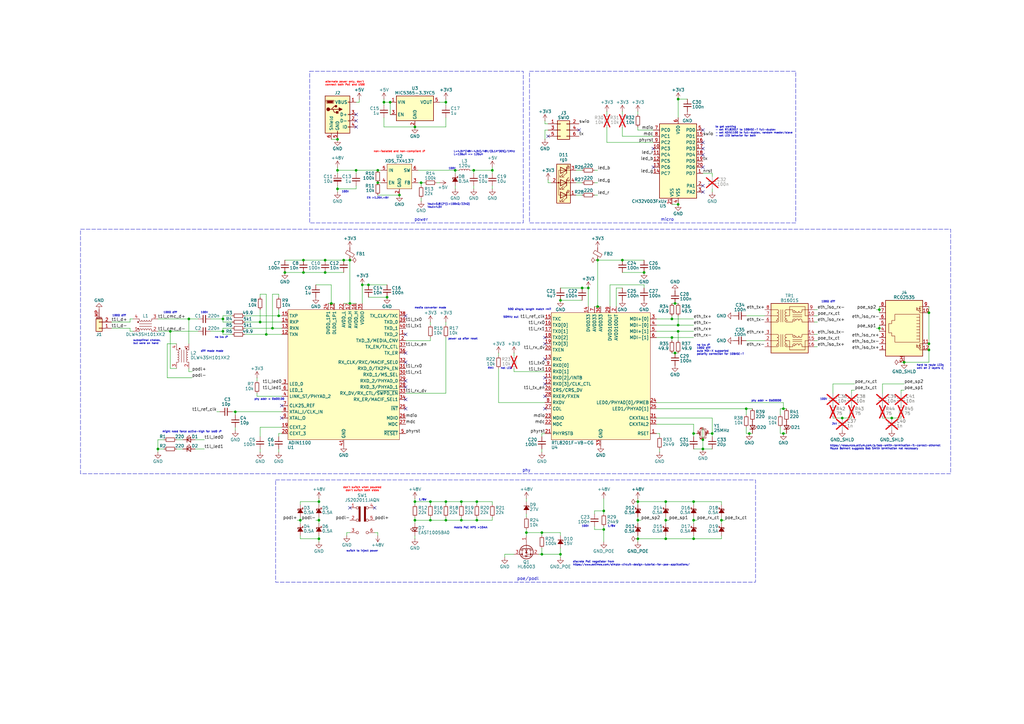
<source format=kicad_sch>
(kicad_sch (version 20231120) (generator "eeschema") (generator_version "8.0")
  (paper "A3")
  (junction (at 245.11 125.73))
  (junction (at 261.62 220.98))
  (junction (at 194.31 69.85))
  (junction (at 222.25 218.44))
  (junction (at 186.69 69.85))
  (junction (at 321.31 177.8))
  (junction (at 111.76 134.62))
  (junction (at 130.81 213.36))
  (junction (at 288.29 180.34))
  (junction (at 91.44 130.81))
  (junction (at 276.86 144.78))
  (junction (at 170.18 205.74))
  (junction (at 247.65 217.17))
  (junction (at 284.48 177.8))
  (junction (at 238.76 118.11))
  (junction (at 182.88 213.36))
  (junction (at 284.48 213.36))
  (junction (at 176.53 205.74))
  (junction (at 273.05 220.98))
  (junction (at 148.59 116.84))
  (junction (at 158.75 121.92))
  (junction (at 154.94 74.93))
  (junction (at 381 140.97))
  (junction (at 360.68 134.62))
  (junction (at 278.13 83.82))
  (junction (at 170.18 52.07))
  (junction (at 288.29 184.15))
  (junction (at 143.51 124.46))
  (junction (at 241.3 118.11))
  (junction (at 135.89 124.46))
  (junction (at 278.13 40.64))
  (junction (at 130.81 220.98))
  (junction (at 157.48 41.91))
  (junction (at 133.35 106.68))
  (junction (at 292.1 177.8))
  (junction (at 255.27 106.68))
  (junction (at 278.13 135.89))
  (junction (at 381 143.51))
  (junction (at 273.05 205.74))
  (junction (at 275.59 130.81))
  (junction (at 195.58 213.36))
  (junction (at 163.83 80.01))
  (junction (at 114.3 129.54))
  (junction (at 306.07 167.64))
  (junction (at 275.59 138.43))
  (junction (at 264.16 111.76))
  (junction (at 151.13 116.84))
  (junction (at 140.97 106.68))
  (junction (at 276.86 124.46))
  (junction (at 138.43 69.85))
  (junction (at 370.84 148.59))
  (junction (at 295.91 213.36))
  (junction (at 247.65 209.55))
  (junction (at 138.43 57.15))
  (junction (at 222.25 227.33))
  (junction (at 381 128.27))
  (junction (at 284.48 220.98))
  (junction (at 170.18 213.36))
  (junction (at 345.44 171.45))
  (junction (at 365.76 171.45))
  (junction (at 172.72 74.93))
  (junction (at 124.46 111.76))
  (junction (at 195.58 205.74))
  (junction (at 182.88 41.91))
  (junction (at 278.13 133.35))
  (junction (at 124.46 106.68))
  (junction (at 77.47 130.81))
  (junction (at 64.77 184.15))
  (junction (at 189.23 213.36))
  (junction (at 96.52 168.91))
  (junction (at 143.51 106.68))
  (junction (at 123.19 213.36))
  (junction (at 215.9 218.44))
  (junction (at 229.87 123.19))
  (junction (at 321.31 167.64))
  (junction (at 133.35 111.76))
  (junction (at 106.68 132.08))
  (junction (at 273.05 213.36))
  (junction (at 261.62 205.74))
  (junction (at 245.11 106.68))
  (junction (at 189.23 205.74))
  (junction (at 130.81 205.74))
  (junction (at 138.43 77.47))
  (junction (at 91.44 135.89))
  (junction (at 360.68 127))
  (junction (at 160.02 41.91))
  (junction (at 116.84 111.76))
  (junction (at 109.22 137.16))
  (junction (at 182.88 205.74))
  (junction (at 69.85 135.89))
  (junction (at 261.62 213.36))
  (junction (at 176.53 213.36))
  (junction (at 154.94 69.85))
  (junction (at 201.93 69.85))
  (junction (at 284.48 205.74))
  (junction (at 229.87 227.33))
  (junction (at 146.05 69.85))
  (junction (at 307.34 177.8))
  (no_connect (at 223.52 162.56))
  (no_connect (at 143.51 208.28))
  (no_connect (at 146.05 49.53))
  (no_connect (at 223.52 167.64))
  (no_connect (at 146.05 52.07))
  (no_connect (at 237.49 53.34))
  (no_connect (at 166.37 129.54))
  (no_connect (at 288.29 78.74))
  (no_connect (at 166.37 148.59))
  (no_connect (at 267.97 68.58))
  (no_connect (at 153.67 208.28))
  (no_connect (at 288.29 63.5))
  (no_connect (at 288.29 53.34))
  (no_connect (at 288.29 60.96))
  (no_connect (at 223.52 147.32))
  (no_connect (at 288.29 58.42))
  (no_connect (at 146.05 46.99))
  (no_connect (at 115.57 166.37))
  (no_connect (at 115.57 171.45))
  (no_connect (at 288.29 68.58))
  (no_connect (at 166.37 163.83))
  (no_connect (at 166.37 144.78))
  (no_connect (at 166.37 137.16))
  (no_connect (at 166.37 167.64))
  (no_connect (at 223.52 157.48))
  (no_connect (at 223.52 140.97))
  (no_connect (at 223.52 138.43))
  (no_connect (at 223.52 154.94))
  (no_connect (at 166.37 158.75))
  (no_connect (at 267.97 60.96))
  (no_connect (at 166.37 156.21))
  (no_connect (at 288.29 76.2))
  (no_connect (at 224.79 55.88))
  (wire (pts (xy 140.97 124.46) (xy 143.51 124.46)))
  (wire (pts (xy 182.88 161.29) (xy 182.88 138.43)))
  (wire (pts (xy 284.48 179.07) (xy 284.48 177.8)))
  (wire (pts (xy 306.07 167.64) (xy 308.61 167.64)))
  (wire (pts (xy 201.93 212.09) (xy 201.93 213.36)))
  (wire (pts (xy 224.79 73.66) (xy 224.79 74.93)))
  (wire (pts (xy 284.48 173.99) (xy 284.48 177.8)))
  (wire (pts (xy 135.89 116.84) (xy 135.89 124.46)))
  (wire (pts (xy 278.13 40.64) (xy 281.94 40.64)))
  (wire (pts (xy 320.04 175.26) (xy 320.04 177.8)))
  (wire (pts (xy 176.53 212.09) (xy 176.53 213.36)))
  (wire (pts (xy 182.88 213.36) (xy 189.23 213.36)))
  (wire (pts (xy 182.88 205.74) (xy 182.88 207.01)))
  (wire (pts (xy 365.76 171.45) (xy 369.57 171.45)))
  (wire (pts (xy 236.22 74.93) (xy 238.76 74.93)))
  (wire (pts (xy 243.84 125.73) (xy 245.11 125.73)))
  (wire (pts (xy 106.68 184.15) (xy 106.68 185.42)))
  (wire (pts (xy 129.54 213.36) (xy 130.81 213.36)))
  (wire (pts (xy 224.79 74.93) (xy 226.06 74.93)))
  (wire (pts (xy 269.24 171.45) (xy 292.1 171.45)))
  (wire (pts (xy 261.62 205.74) (xy 261.62 207.01)))
  (wire (pts (xy 135.89 124.46) (xy 137.16 124.46)))
  (wire (pts (xy 170.18 214.63) (xy 170.18 213.36)))
  (wire (pts (xy 350.52 157.48) (xy 341.63 157.48)))
  (wire (pts (xy 335.28 129.54) (xy 334.01 129.54)))
  (wire (pts (xy 215.9 204.47) (xy 215.9 205.74)))
  (wire (pts (xy 194.31 69.85) (xy 194.31 71.12)))
  (wire (pts (xy 115.57 177.8) (xy 114.3 177.8)))
  (wire (pts (xy 86.36 130.81) (xy 91.44 130.81)))
  (wire (pts (xy 176.53 139.7) (xy 176.53 138.43)))
  (wire (pts (xy 275.59 124.46) (xy 276.86 124.46)))
  (wire (pts (xy 359.41 134.62) (xy 360.68 134.62)))
  (wire (pts (xy 172.72 74.93) (xy 173.99 74.93)))
  (wire (pts (xy 215.9 218.44) (xy 222.25 218.44)))
  (wire (pts (xy 69.85 151.13) (xy 69.85 135.89)))
  (wire (pts (xy 130.81 219.71) (xy 130.81 220.98)))
  (wire (pts (xy 222.25 179.07) (xy 222.25 177.8)))
  (wire (pts (xy 105.41 162.56) (xy 105.41 161.29)))
  (wire (pts (xy 306.07 167.64) (xy 306.07 170.18)))
  (wire (pts (xy 220.98 227.33) (xy 222.25 227.33)))
  (wire (pts (xy 142.24 219.71) (xy 142.24 218.44)))
  (wire (pts (xy 360.68 134.62) (xy 360.68 135.89)))
  (wire (pts (xy 269.24 135.89) (xy 278.13 135.89)))
  (wire (pts (xy 111.76 134.62) (xy 115.57 134.62)))
  (wire (pts (xy 114.3 184.15) (xy 114.3 185.42)))
  (wire (pts (xy 261.62 53.34) (xy 267.97 53.34)))
  (wire (pts (xy 381 125.73) (xy 381 128.27)))
  (wire (pts (xy 210.82 152.4) (xy 223.52 152.4)))
  (wire (pts (xy 210.82 144.78) (xy 210.82 146.05)))
  (wire (pts (xy 290.83 177.8) (xy 292.1 177.8)))
  (wire (pts (xy 261.62 204.47) (xy 261.62 205.74)))
  (wire (pts (xy 121.92 213.36) (xy 123.19 213.36)))
  (wire (pts (xy 182.88 132.08) (xy 182.88 133.35)))
  (wire (pts (xy 284.48 220.98) (xy 295.91 220.98)))
  (wire (pts (xy 170.18 213.36) (xy 176.53 213.36)))
  (wire (pts (xy 115.57 162.56) (xy 105.41 162.56)))
  (wire (pts (xy 243.84 209.55) (xy 247.65 209.55)))
  (wire (pts (xy 154.94 219.71) (xy 154.94 218.44)))
  (wire (pts (xy 91.44 130.81) (xy 91.44 132.08)))
  (wire (pts (xy 53.34 130.81) (xy 54.61 130.81)))
  (wire (pts (xy 267.97 55.88) (xy 255.27 55.88)))
  (wire (pts (xy 321.31 165.1) (xy 321.31 167.64)))
  (wire (pts (xy 295.91 220.98) (xy 295.91 219.71)))
  (wire (pts (xy 248.92 58.42) (xy 248.92 52.07)))
  (wire (pts (xy 166.37 139.7) (xy 176.53 139.7)))
  (wire (pts (xy 261.62 45.72) (xy 261.62 46.99)))
  (wire (pts (xy 215.9 219.71) (xy 215.9 218.44)))
  (wire (pts (xy 106.68 132.08) (xy 115.57 132.08)))
  (wire (pts (xy 247.65 215.9) (xy 247.65 217.17)))
  (wire (pts (xy 78.74 154.94) (xy 68.58 154.94)))
  (wire (pts (xy 269.24 173.99) (xy 284.48 173.99)))
  (wire (pts (xy 201.93 205.74) (xy 201.93 207.01)))
  (wire (pts (xy 154.94 74.93) (xy 156.21 74.93)))
  (wire (pts (xy 307.34 177.8) (xy 308.61 177.8)))
  (wire (pts (xy 370.84 160.02) (xy 369.57 160.02)))
  (wire (pts (xy 133.35 106.68) (xy 124.46 106.68)))
  (wire (pts (xy 201.93 76.2) (xy 201.93 77.47)))
  (wire (pts (xy 138.43 68.58) (xy 138.43 69.85)))
  (wire (pts (xy 100.33 132.08) (xy 106.68 132.08)))
  (wire (pts (xy 255.27 45.72) (xy 255.27 46.99)))
  (wire (pts (xy 369.57 160.02) (xy 369.57 161.29)))
  (wire (pts (xy 172.72 81.28) (xy 172.72 82.55)))
  (wire (pts (xy 284.48 205.74) (xy 295.91 205.74)))
  (wire (pts (xy 273.05 213.36) (xy 273.05 214.63)))
  (wire (pts (xy 222.25 184.15) (xy 222.25 185.42)))
  (wire (pts (xy 274.32 213.36) (xy 273.05 213.36)))
  (wire (pts (xy 284.48 213.36) (xy 284.48 212.09)))
  (wire (pts (xy 80.01 180.34) (xy 83.82 180.34)))
  (wire (pts (xy 189.23 213.36) (xy 195.58 213.36)))
  (wire (pts (xy 64.77 185.42) (xy 64.77 184.15)))
  (wire (pts (xy 147.32 41.91) (xy 147.32 40.64)))
  (wire (pts (xy 288.29 184.15) (xy 292.1 184.15)))
  (wire (pts (xy 350.52 160.02) (xy 349.25 160.02)))
  (wire (pts (xy 142.24 218.44) (xy 143.51 218.44)))
  (wire (pts (xy 130.81 213.36) (xy 130.81 214.63)))
  (wire (pts (xy 261.62 213.36) (xy 261.62 214.63)))
  (wire (pts (xy 95.25 168.91) (xy 96.52 168.91)))
  (wire (pts (xy 86.36 135.89) (xy 91.44 135.89)))
  (wire (pts (xy 345.44 171.45) (xy 349.25 171.45)))
  (wire (pts (xy 151.13 121.92) (xy 158.75 121.92)))
  (wire (pts (xy 261.62 220.98) (xy 273.05 220.98)))
  (wire (pts (xy 306.07 175.26) (xy 306.07 177.8)))
  (wire (pts (xy 284.48 205.74) (xy 284.48 207.01)))
  (wire (pts (xy 72.39 151.13) (xy 69.85 151.13)))
  (wire (pts (xy 247.65 209.55) (xy 247.65 210.82)))
  (wire (pts (xy 381 143.51) (xy 381 148.59)))
  (wire (pts (xy 201.93 69.85) (xy 201.93 71.12)))
  (wire (pts (xy 370.84 157.48) (xy 361.95 157.48)))
  (wire (pts (xy 222.25 227.33) (xy 229.87 227.33)))
  (wire (pts (xy 306.07 139.7) (xy 313.69 139.7)))
  (wire (pts (xy 245.11 106.68) (xy 255.27 106.68)))
  (wire (pts (xy 285.75 213.36) (xy 284.48 213.36)))
  (wire (pts (xy 297.18 213.36) (xy 295.91 213.36)))
  (wire (pts (xy 130.81 222.25) (xy 130.81 220.98)))
  (wire (pts (xy 171.45 69.85) (xy 186.69 69.85)))
  (wire (pts (xy 100.33 137.16) (xy 109.22 137.16)))
  (wire (pts (xy 135.89 57.15) (xy 138.43 57.15)))
  (wire (pts (xy 91.44 135.89) (xy 91.44 134.62)))
  (wire (pts (xy 278.13 133.35) (xy 284.48 133.35)))
  (wire (pts (xy 359.41 127) (xy 360.68 127)))
  (wire (pts (xy 115.57 175.26) (xy 106.68 175.26)))
  (wire (pts (xy 261.62 52.07) (xy 261.62 53.34)))
  (wire (pts (xy 111.76 120.65) (xy 111.76 134.62)))
  (wire (pts (xy 133.35 111.76) (xy 140.97 111.76)))
  (wire (pts (xy 138.43 77.47) (xy 138.43 78.74)))
  (wire (pts (xy 252.73 118.11) (xy 255.27 118.11)))
  (wire (pts (xy 255.27 106.68) (xy 264.16 106.68)))
  (wire (pts (xy 229.87 123.19) (xy 238.76 123.19)))
  (wire (pts (xy 349.25 160.02) (xy 349.25 161.29)))
  (wire (pts (xy 278.13 133.35) (xy 278.13 129.54)))
  (wire (pts (xy 189.23 205.74) (xy 195.58 205.74)))
  (wire (pts (xy 255.27 111.76) (xy 264.16 111.76)))
  (wire (pts (xy 275.59 130.81) (xy 275.59 129.54)))
  (wire (pts (xy 96.52 168.91) (xy 96.52 170.18)))
  (wire (pts (xy 273.05 220.98) (xy 273.05 219.71)))
  (wire (pts (xy 170.18 205.74) (xy 176.53 205.74)))
  (wire (pts (xy 381 148.59) (xy 370.84 148.59)))
  (wire (pts (xy 124.46 106.68) (xy 116.84 106.68)))
  (wire (pts (xy 182.88 41.91) (xy 182.88 43.18)))
  (wire (pts (xy 130.81 213.36) (xy 130.81 212.09)))
  (wire (pts (xy 275.59 138.43) (xy 284.48 138.43)))
  (wire (pts (xy 284.48 220.98) (xy 284.48 219.71)))
  (wire (pts (xy 148.59 124.46) (xy 148.59 116.84)))
  (wire (pts (xy 80.01 184.15) (xy 83.82 184.15)))
  (wire (pts (xy 170.18 204.47) (xy 170.18 205.74)))
  (wire (pts (xy 78.74 152.4) (xy 77.47 152.4)))
  (wire (pts (xy 69.85 135.89) (xy 81.28 135.89)))
  (wire (pts (xy 140.97 106.68) (xy 143.51 106.68)))
  (wire (pts (xy 335.28 137.16) (xy 334.01 137.16)))
  (wire (pts (xy 295.91 213.36) (xy 295.91 212.09)))
  (wire (pts (xy 130.81 205.74) (xy 130.81 207.01)))
  (wire (pts (xy 222.25 227.33) (xy 222.25 224.79)))
  (wire (pts (xy 229.87 118.11) (xy 238.76 118.11)))
  (wire (pts (xy 204.47 144.78) (xy 204.47 146.05)))
  (wire (pts (xy 360.68 133.35) (xy 360.68 134.62)))
  (wire (pts (xy 100.33 134.62) (xy 111.76 134.62)))
  (wire (pts (xy 170.18 52.07) (xy 157.48 52.07)))
  (wire (pts (xy 369.57 148.59) (xy 370.84 148.59)))
  (wire (pts (xy 261.62 205.74) (xy 273.05 205.74)))
  (wire (pts (xy 72.39 184.15) (xy 74.93 184.15)))
  (wire (pts (xy 91.44 129.54) (xy 91.44 130.81)))
  (wire (pts (xy 248.92 45.72) (xy 248.92 46.99)))
  (wire (pts (xy 88.9 168.91) (xy 90.17 168.91)))
  (wire (pts (xy 250.19 125.73) (xy 250.19 116.84)))
  (wire (pts (xy 170.18 207.01) (xy 170.18 205.74)))
  (wire (pts (xy 288.29 71.12) (xy 292.1 71.12)))
  (wire (pts (xy 201.93 68.58) (xy 201.93 69.85)))
  (wire (pts (xy 247.65 204.47) (xy 247.65 209.55)))
  (wire (pts (xy 182.88 212.09) (xy 182.88 213.36)))
  (wire (pts (xy 194.31 76.2) (xy 194.31 77.47)))
  (wire (pts (xy 284.48 213.36) (xy 284.48 214.63)))
  (wire (pts (xy 381 140.97) (xy 381 143.51)))
  (wire (pts (xy 335.28 139.7) (xy 334.01 139.7)))
  (wire (pts (xy 176.53 207.01) (xy 176.53 205.74)))
  (wire (pts (xy 335.28 142.24) (xy 334.01 142.24)))
  (wire (pts (xy 105.41 154.94) (xy 105.41 156.21)))
  (wire (pts (xy 138.43 69.85) (xy 138.43 71.12)))
  (wire (pts (xy 215.9 217.17) (xy 215.9 218.44)))
  (wire (pts (xy 269.24 138.43) (xy 275.59 138.43)))
  (wire (pts (xy 123.19 205.74) (xy 130.81 205.74)))
  (wire (pts (xy 95.25 129.54) (xy 91.44 129.54)))
  (wire (pts (xy 109.22 137.16) (xy 115.57 137.16)))
  (wire (pts (xy 223.52 50.8) (xy 223.52 49.53)))
  (wire (pts (xy 138.43 77.47) (xy 138.43 76.2)))
  (wire (pts (xy 64.77 130.81) (xy 77.47 130.81)))
  (wire (pts (xy 114.3 120.65) (xy 111.76 120.65)))
  (wire (pts (xy 243.84 215.9) (xy 243.84 217.17)))
  (wire (pts (xy 123.19 207.01) (xy 123.19 205.74)))
  (wire (pts (xy 320.04 177.8) (xy 321.31 177.8)))
  (wire (pts (xy 186.69 71.12) (xy 186.69 69.85)))
  (wire (pts (xy 223.52 57.15) (xy 223.52 53.34)))
  (wire (pts (xy 222.25 218.44) (xy 222.25 219.71)))
  (wire (pts (xy 275.59 83.82) (xy 278.13 83.82)))
  (wire (pts (xy 222.25 177.8) (xy 223.52 177.8)))
  (wire (pts (xy 182.88 40.64) (xy 182.88 41.91)))
  (wire (pts (xy 243.84 74.93) (xy 245.11 74.93)))
  (wire (pts (xy 276.86 124.46) (xy 278.13 124.46)))
  (wire (pts (xy 261.62 220.98) (xy 261.62 219.71)))
  (wire (pts (xy 195.58 205.74) (xy 195.58 207.01)))
  (wire (pts (xy 264.16 116.84) (xy 264.16 118.11)))
  (wire (pts (xy 284.48 177.8) (xy 285.75 177.8)))
  (wire (pts (xy 195.58 212.09) (xy 195.58 213.36)))
  (wire (pts (xy 129.54 116.84) (xy 135.89 116.84)))
  (wire (pts (xy 236.22 69.85) (xy 238.76 69.85)))
  (wire (pts (xy 114.3 120.65) (xy 114.3 121.92)))
  (wire (pts (xy 157.48 52.07) (xy 157.48 48.26)))
  (wire (pts (xy 166.37 161.29) (xy 182.88 161.29)))
  (wire (pts (xy 176.53 132.08) (xy 176.53 133.35)))
  (wire (pts (xy 229.87 227.33) (xy 229.87 228.6)))
  (wire (pts (xy 341.63 171.45) (xy 345.44 171.45)))
  (wire (pts (xy 95.25 137.16) (xy 91.44 137.16)))
  (wire (pts (xy 45.72 132.08) (xy 53.34 132.08)))
  (wire (pts (xy 77.47 130.81) (xy 81.28 130.81)))
  (wire (pts (xy 292.1 177.8) (xy 292.1 179.07)))
  (wire (pts (xy 207.01 228.6) (xy 207.01 227.33)))
  (wire (pts (xy 320.04 167.64) (xy 321.31 167.64)))
  (wire (pts (xy 361.95 171.45) (xy 365.76 171.45)))
  (wire (pts (xy 182.88 205.74) (xy 189.23 205.74)))
  (wire (pts (xy 273.05 213.36) (xy 273.05 212.09)))
  (wire (pts (xy 270.51 184.15) (xy 270.51 185.42)))
  (wire (pts (xy 269.24 167.64) (xy 306.07 167.64)))
  (wire (pts (xy 245.11 125.73) (xy 246.38 125.73)))
  (wire (pts (xy 45.72 134.62) (xy 53.34 134.62)))
  (wire (pts (xy 261.62 213.36) (xy 261.62 212.09)))
  (wire (pts (xy 123.19 219.71) (xy 123.19 220.98)))
  (wire (pts (xy 306.07 177.8) (xy 307.34 177.8)))
  (wire (pts (xy 295.91 205.74) (xy 295.91 207.01)))
  (wire (pts (xy 229.87 218.44) (xy 222.25 218.44)))
  (wire (pts (xy 123.19 213.36) (xy 123.19 214.63)))
  (wire (pts (xy 204.47 165.1) (xy 204.47 151.13)))
  (wire (pts (xy 157.48 41.91) (xy 157.48 43.18)))
  (wire (pts (xy 288.29 180.34) (xy 288.29 184.15)))
  (wire (pts (xy 278.13 135.89) (xy 284.48 135.89)))
  (wire (pts (xy 123.19 220.98) (xy 130.81 220.98)))
  (wire (pts (xy 116.84 111.76) (xy 124.46 111.76)))
  (wire (pts (xy 243.84 69.85) (xy 245.11 69.85)))
  (wire (pts (xy 189.23 212.09) (xy 189.23 213.36)))
  (wire (pts (xy 245.11 125.73) (xy 245.11 106.68)))
  (wire (pts (xy 170.18 212.09) (xy 170.18 213.36)))
  (wire (pts (xy 306.07 129.54) (xy 313.69 129.54)))
  (wire (pts (xy 146.05 77.47) (xy 138.43 77.47)))
  (wire (pts (xy 243.84 217.17) (xy 247.65 217.17)))
  (wire (pts (xy 223.52 165.1) (xy 204.47 165.1)))
  (wire (pts (xy 106.68 120.65) (xy 109.22 120.65)))
  (wire (pts (xy 171.45 74.93) (xy 172.72 74.93)))
  (wire (pts (xy 176.53 213.36) (xy 182.88 213.36)))
  (wire (pts (xy 100.33 129.54) (xy 114.3 129.54)))
  (wire (pts (xy 236.22 80.01) (xy 238.76 80.01)))
  (wire (pts (xy 269.24 177.8) (xy 270.51 177.8)))
  (wire (pts (xy 53.34 135.89) (xy 53.34 134.62)))
  (wire (pts (xy 195.58 205.74) (xy 201.93 205.74)))
  (wire (pts (xy 146.05 69.85) (xy 146.05 71.12)))
  (wire (pts (xy 275.59 130.81) (xy 284.48 130.81)))
  (wire (pts (xy 143.51 124.46) (xy 143.51 106.68)))
  (wire (pts (xy 269.24 130.81) (xy 275.59 130.81)))
  (wire (pts (xy 157.48 40.64) (xy 157.48 41.91)))
  (wire (pts (xy 64.77 184.15) (xy 64.77 180.34)))
  (wire (pts (xy 210.82 151.13) (xy 210.82 152.4)))
  (wire (pts (xy 321.31 177.8) (xy 322.58 177.8)))
  (wire (pts (xy 269.24 165.1) (xy 321.31 165.1)))
  (wire (pts (xy 241.3 118.11) (xy 238.76 118.11)))
  (wire (pts (xy 123.19 212.09) (xy 123.19 213.36)))
  (wire (pts (xy 114.3 127) (xy 114.3 129.54)))
  (wire (pts (xy 68.58 154.94) (xy 68.58 140.97)))
  (wire (pts (xy 322.58 167.64) (xy 321.31 167.64)))
  (wire (pts (xy 360.68 125.73) (xy 360.68 127)))
  (wire (pts (xy 160.02 41.91) (xy 157.48 41.91)))
  (wire (pts (xy 154.94 80.01) (xy 163.83 80.01)))
  (wire (pts (xy 335.28 127) (xy 334.01 127)))
  (wire (pts (xy 53.34 132.08) (xy 53.34 130.81)))
  (wire (pts (xy 154.94 218.44) (xy 153.67 218.44)))
  (wire (pts (xy 252.73 125.73) (xy 252.73 118.11)))
  (wire (pts (xy 109.22 120.65) (xy 109.22 137.16)))
  (wire (pts (xy 77.47 130.81) (xy 77.47 140.97)))
  (wire (pts (xy 275.59 138.43) (xy 275.59 139.7)))
  (wire (pts (xy 176.53 205.74) (xy 182.88 205.74)))
  (wire (pts (xy 229.87 224.79) (xy 229.87 227.33)))
  (wire (pts (xy 54.61 135.89) (xy 53.34 135.89)))
  (wire (pts (xy 193.04 69.85) (xy 194.31 69.85)))
  (wire (pts (xy 64.77 184.15) (xy 67.31 184.15)))
  (wire (pts (xy 229.87 219.71) (xy 229.87 218.44)))
  (wire (pts (xy 146.05 41.91) (xy 147.32 41.91)))
  (wire (pts (xy 130.81 204.47) (xy 130.81 205.74)))
  (wire (pts (xy 96.52 175.26) (xy 96.52 176.53)))
  (wire (pts (xy 261.62 220.98) (xy 261.62 222.25)))
  (wire (pts (xy 284.48 184.15) (xy 288.29 184.15)))
  (wire (pts (xy 361.95 157.48) (xy 361.95 161.29)))
  (wire (pts (xy 320.04 167.64) (xy 320.04 170.18)))
  (wire (pts (xy 106.68 127) (xy 106.68 132.08)))
  (wire (pts (xy 295.91 213.36) (xy 295.91 214.63)))
  (wire (pts (xy 64.77 180.34) (xy 67.31 180.34)))
  (wire (pts (xy 160.02 41.91) (xy 160.02 46.99)))
  (wire (pts (xy 148.59 116.84) (xy 151.13 116.84)))
  (wire (pts (xy 241.3 125.73) (xy 241.3 118.11)))
  (wire (pts (xy 341.63 157.48) (xy 341.63 161.29)))
  (wire (pts (xy 292.1 71.12) (xy 292.1 72.39)))
  (wire (pts (xy 223.52 53.34) (xy 224.79 53.34)))
  (wire (pts (xy 154.94 69.85) (xy 146.05 69.85)))
  (wire (pts (xy 151.13 116.84) (xy 158.75 116.84)))
  (wire (pts (xy 146.05 76.2) (xy 146.05 77.47)))
  (wire (pts (xy 91.44 132.08) (xy 95.25 132.08)))
  (wire (pts (xy 288.29 175.26) (xy 288.29 180.34)))
  (wire (pts (xy 223.52 50.8) (xy 224.79 50.8)))
  (wire (pts (xy 189.23 205.74) (xy 189.23 207.01)))
  (wire (pts (xy 114.3 129.54) (xy 115.57 129.54)))
  (wire (pts (xy 381 128.27) (xy 381 140.97)))
  (wire (pts (xy 250.19 116.84) (xy 264.16 116.84)))
  (wire (pts (xy 273.05 220.98) (xy 284.48 220.98)))
  (wire (pts (xy 77.47 152.4) (xy 77.47 151.13)))
  (wire (pts (xy 182.88 52.07) (xy 182.88 48.26)))
  (wire (pts (xy 262.89 213.36) (xy 261.62 213.36)))
  (wire (pts (xy 179.07 74.93) (xy 180.34 74.93)))
  (wire (pts (xy 64.77 135.89) (xy 69.85 135.89)))
  (wire (pts (xy 215.9 210.82) (xy 215.9 212.09)))
  (wire (pts (xy 115.57 168.91) (xy 96.52 168.91)))
  (wire (pts (xy 273.05 205.74) (xy 273.05 207.01)))
  (wire (pts (xy 201.93 213.36) (xy 195.58 213.36)))
  (wire (pts (xy 243.84 210.82) (xy 243.84 209.55)))
  (wire (pts (xy 114.3 177.8) (xy 114.3 179.07)))
  (wire (pts (xy 335.28 132.08) (xy 334.01 132.08)))
  (wire (pts (xy 138.43 69.85) (xy 146.05 69.85)))
  (wire (pts (xy 106.68 121.92) (xy 106.68 120.65)))
  (wire (pts (xy 124.46 111.76) (xy 133.35 111.76)))
  (wire (pts (xy 134.62 124.46) (xy 135.89 124.46)))
  (wire (pts (xy 91.44 137.16) (xy 91.44 135.89)))
  (wire (pts (xy 267.97 58.42) (xy 248.92 58.42)))
  (wire (pts (xy 255.27 55.88) (xy 255.27 52.07)))
  (wire (pts (xy 68.58 140.97) (xy 72.39 140.97)))
  (wire (pts (xy 186.69 76.2) (xy 186.69 77.47)))
  (wire (pts (xy 275.59 144.78) (xy 276.86 144.78)))
  (wire (pts (xy 106.68 175.26) (xy 106.68 179.07)))
  (wire (pts (xy 91.44 134.62) (xy 95.25 134.62)))
  (wire (pts (xy 170.18 52.07) (xy 182.88 52.07)))
  (wire (pts (xy 143.51 124.46) (xy 146.05 124.46)))
  (wire (pts (xy 270.51 177.8) (xy 270.51 179.07)))
  (wire (pts (xy 292.1 171.45) (xy 292.1 177.8)))
  (wire (pts (xy 247.65 217.17) (xy 247.65 222.25)))
  (wire (pts (xy 243.84 80.01) (xy 245.11 80.01)))
  (wire (pts (xy 194.31 69.85) (xy 201.93 69.85)))
  (wire (pts (xy 72.39 180.34) (xy 74.93 180.34)))
  (wire (pts (xy 292.1 77.47) (xy 292.1 78.74)))
  (wire (pts (xy 180.34 41.91) (xy 182.88 41.91)))
  (wire (pts (xy 276.86 144.78) (xy 278.13 144.78)))
  (wire (pts (xy 207.01 227.33) (xy 210.82 227.33)))
  (wire (pts (xy 172.72 74.93) (xy 172.72 76.2)))
  (wire (pts (xy 278.13 40.64) (xy 278.13 48.26)))
  (wire (pts (xy 170.18 220.98) (xy 170.18 219.71)))
  (wire (pts (xy 273.05 205.74) (xy 284.48 205.74)))
  (wire (pts (xy 269.24 133.35) (xy 278.13 133.35)))
  (wire (pts (xy 154.94 69.85) (xy 156.21 69.85)))
  (wire (pts (xy 360.68 127) (xy 360.68 128.27)))
  (wire (pts (xy 140.97 106.68) (xy 133.35 106.68)))
  (wire (pts (xy 278.13 135.89) (xy 278.13 139.7)))
  (wire (pts (xy 186.69 69.85) (xy 187.96 69.85)))
  (rectangle (start 127 29.21) (end 214.63 91.44) (stroke (width 0) (type dash)))
  (rectangle (start 113.03 196.85) (end 309.88 238.76) (stroke (width 0) (type dash)))
  (rectangle (start 33.02 93.98) (end 389.89 194.31) (stroke (width 0) (type dash)))
  (rectangle (start 217.17 29.21) (end 326.39 91.44) (stroke (width 0) (type dash)))
  (text "RMII" (at 201.295 151.13 0) (effects (font (size 0.762 0.762))))
  (text "suboptimal chokes,\nbut were on hand" (at 54.61 140.335 0) (effects (font (size 0.762 0.762)) (justify left)))
  (text "phy addr = 0b00100" (at 110.49 163.83 0) (effects (font (size 0.762 0.762))))
  (text "https://resources.altium.com/p/bob-smith-termination-it-correct-ethernet\nRoyce Bohnert suggests Bob Smith termination not necessary" (at 340.36 183.515 0) (effects (font (size 0.762 0.762)) (justify left)))
  (text "50MHz out" (at 209.55 130.175 0) (effects (font (size 0.762 0.762))))
  (text "100Ω diff" (at 339.725 123.825 0) (effects (font (size 0.762 0.762))))
  (text "hard to route LEDs\nwell on 2 layers :(" (at 375.92 150.495 0) (effects (font (size 0.762 0.762)) (justify left)))
  (text "power up after reset" (at 189.865 139.065 0) (effects (font (size 0.762 0.762))))
  (text "meets PoE MPS >10mA" (at 193.04 216.535 0) (effects (font (size 0.762 0.762))))
  (text "100V" (at 141.605 78.74 0) (effects (font (size 0.762 0.762))))
  (text "no tvs :P\n100Ω diff\nauto MDI-X supported\npolarity correction for 10BASE-T" (at 285.75 143.51 0) (effects (font (size 0.762 0.762)) (justify left)))
  (text "media converter mode" (at 176.53 126.365 0) (effects (font (size 0.762 0.762))))
  (text "100V" (at 337.82 163.83 0) (effects (font (size 0.762 0.762))))
  (text "micro" (at 273.685 90.17 0) (effects (font (size 1.27 1.27))))
  (text "not LED" (at 207.645 151.13 0) (effects (font (size 0.762 0.762))))
  (text "100Ω diff" (at 48.895 129.54 0) (effects (font (size 0.762 0.762))))
  (text "don't switch when powered\ndon't switch both sides" (at 148.59 200.66 0) (effects (font (size 0.762 0.762))))
  (text "power" (at 172.72 90.17 0) (effects (font (size 1.27 1.27))))
  (text "100V" (at 240.03 215.9 0) (effects (font (size 0.762 0.762))))
  (text "to get working\n- set RTL8201F to 10BASE-T full-duplex\n- set ADIN1100 to full-duplex, random master/slave\n- set LED behavior for both" (at 293.37 53.975 0) (effects (font (size 0.762 0.762)) (justify left)))
  (text "no tvs :P" (at 90.805 138.43 0) (effects (font (size 0.762 0.762))))
  (text "phy" (at 215.9 193.04 0) (effects (font (size 1.27 1.27))))
  (text "L=4.5V*(48V-4.5V)/48V/(0.1A*30%)/1MHz\nL=136uH => 120uH" (at 186.055 62.865 0) (effects (font (size 0.762 0.762)) (justify left)))
  (text "diff mode mode" (at 86.995 144.145 0) (effects (font (size 0.762 0.762))))
  (text "Vout=0.812*(1+100kΩ/22kΩ)\nVout=4.5V" (at 175.26 84.455 0) (effects (font (size 0.762 0.762)) (justify left)))
  (text "100Ω diff" (at 69.85 128.27 0) (effects (font (size 0.762 0.762))))
  (text "50Ω single, length match rmii" (at 217.17 127 0) (effects (font (size 0.762 0.762))))
  (text "poe/podl" (at 216.535 237.49 0) (effects (font (size 1.27 1.27))))
  (text "switch to inject power" (at 148.59 226.06 0) (effects (font (size 0.762 0.762))))
  (text "alternate power only, don't\nconnect both PoE and USB!" (at 133.35 34.29 0) (effects (font (size 0.762 0.762)) (justify left)))
  (text "non-isolated and non-compliant :P" (at 163.83 62.23 0) (effects (font (size 0.762 0.762))))
  (text "100V" (at 185.42 69.215 0) (effects (font (size 0.762 0.762))))
  (text "1/8W" (at 250.825 215.9 0) (effects (font (size 0.762 0.762))))
  (text "100V" (at 83.82 128.27 0) (effects (font (size 0.762 0.762))))
  (text "discrete PoE negotiator from\nhttps://www.eetimes.com/simple-circuit-design-tutorial-for-poe-applications/" (at 234.95 231.14 0) (effects (font (size 0.762 0.762)) (justify left)))
  (text "EN >1.35V,<6V" (at 154.94 81.28 0) (effects (font (size 0.762 0.762))))
  (text "might need force active-high for led0 :P" (at 78.74 177.165 0) (effects (font (size 0.762 0.762))))
  (text "1/8W" (at 173.355 205.105 0) (effects (font (size 0.762 0.762))))
  (text "2kV" (at 342.265 173.99 0) (effects (font (size 0.762 0.762))))
  (text "phy addr = 0b00000" (at 314.325 164.465 0) (effects (font (size 0.762 0.762))))
  (label "podl-" (at 129.54 213.36 180))
  (label "eth_iso_rx+" (at 360.68 138.43 180))
  (label "mdio" (at 223.52 171.45 180))
  (label "led_b" (at 245.11 69.85 0))
  (label "led_g" (at 267.97 71.12 180))
  (label "poe_sp1" (at 274.32 213.36 0))
  (label "eth_iso_tx-" (at 335.28 137.16 0))
  (label "mdc" (at 166.37 173.99 0))
  (label "poe_sp1" (at 359.41 134.62 180))
  (label "mdc" (at 223.52 173.99 180))
  (label "podl-" (at 143.51 213.36 180))
  (label "eth_iso_tx+" (at 360.68 143.51 180))
  (label "eth_iso_tx-" (at 360.68 140.97 180))
  (label "led_r" (at 245.11 80.01 0))
  (label "mdio" (at 267.97 53.34 180))
  (label "t1l_tx1" (at 223.52 152.4 180))
  (label "swio" (at 288.29 55.88 0))
  (label "tx" (at 237.49 55.88 0))
  (label "poe_sp1" (at 370.84 160.02 0))
  (label "eth_rx+" (at 284.48 135.89 0))
  (label "poe_sp2" (at 370.84 157.48 0))
  (label "tx" (at 288.29 66.04 0))
  (label "t1l_rx_dv" (at 223.52 143.51 180))
  (label "t1l_ref_clk" (at 88.9 168.91 180))
  (label "mdio" (at 166.37 171.45 0))
  (label "eth_tx-" (at 313.69 132.08 180))
  (label "eth_iso_rx-" (at 335.28 127 0))
  (label "t1l_d+" (at 45.72 132.08 0))
  (label "t1l_rx1" (at 166.37 153.67 0))
  (label "eth_rx-" (at 313.69 142.24 180))
  (label "podl+" (at 153.67 213.36 0))
  (label "t1l_rx0" (at 166.37 151.13 0))
  (label "mdc" (at 267.97 55.88 180))
  (label "t1l_rx_dv" (at 166.37 161.29 0))
  (label "t1l_tx0" (at 166.37 132.08 0))
  (label "t1l_led1" (at 115.57 160.02 180))
  (label "t1l_tx0" (at 223.52 149.86 180))
  (label "t1l_cmc_d-" (at 64.77 135.89 0))
  (label "led_g" (at 245.11 74.93 0))
  (label "podl-" (at 78.74 154.94 0))
  (label "poe_sp2" (at 262.89 213.36 0))
  (label "eth_tx+" (at 313.69 127 180))
  (label "t1l_tx_en" (at 223.52 160.02 180))
  (label "podl+" (at 78.74 152.4 0))
  (label "eth_iso_rx-" (at 360.68 130.81 180))
  (label "poe_sp2" (at 359.41 127 180))
  (label "poe_tx_ct" (at 297.18 213.36 0))
  (label "t1l_ref_clk" (at 223.52 130.81 180))
  (label "led_r" (at 267.97 63.5 180))
  (label "poe_rx_ct" (at 285.75 213.36 0))
  (label "eth_tx+" (at 284.48 130.81 0))
  (label "t1l_d-" (at 45.72 134.62 0))
  (label "swio" (at 237.49 50.8 0))
  (label "t1l_led1" (at 83.82 184.15 0))
  (label "poe_rx_ct" (at 350.52 157.48 0))
  (label "eth_rx+" (at 313.69 137.16 180))
  (label "t1l_led0" (at 83.82 180.34 0))
  (label "poe_rx_ct" (at 335.28 129.54 0))
  (label "phyrst" (at 166.37 177.8 0))
  (label "eth_iso_rx+" (at 335.28 132.08 0))
  (label "t1l_tx1" (at 166.37 134.62 0))
  (label "t1l_rx0" (at 223.52 133.35 180))
  (label "t1l_tx_en" (at 166.37 142.24 0))
  (label "poe_tx_ct" (at 350.52 160.02 0))
  (label "led_b" (at 267.97 66.04 180))
  (label "t1l_cmc_d+" (at 64.77 130.81 0))
  (label "t1l_rx1" (at 223.52 135.89 180))
  (label "eth_tx-" (at 284.48 133.35 0))
  (label "t1l_led0" (at 115.57 157.48 180))
  (label "eth_rx-" (at 284.48 138.43 0))
  (label "phyrst" (at 223.52 177.8 180))
  (label "eth_iso_tx+" (at 335.28 142.24 0))
  (label "nrst" (at 288.29 71.12 0))
  (label "poe_tx_ct" (at 335.28 139.7 0))
  (label "podl+" (at 121.92 213.36 180))
  (label "phyrst" (at 267.97 58.42 180))
  (symbol (lib_id "Device:D_Schottky_Small_Filled") (at 123.19 217.17 270) (unit 1)
    (property "Reference" "D4" (at 124.46 215.9 90) (effects (justify left)))
    (property "Value" "0.5A" (at 124.46 217.805 90) (effects (justify left)))
    (property "Footprint" "Diode_SMD:D_SOD-123F" (effects (hide yes)))
    (property "Description" "Schottky diode, small symbol, filled shape" (effects (hide yes)))
  )
  (symbol (lib_id "Device:R_Small") (at 278.13 142.24 0) (unit 1)
    (property "Reference" "R37" (at 279.4 140.97 0) (effects (justify left)))
    (property "Value" "49.9" (at 279.4 142.875 0) (effects (justify left)))
    (property "Footprint" "Resistor_SMD:R_0402_1005Metric" (effects (hide yes)))
    (property "Description" "Resistor, small symbol" (effects (hide yes)))
  )
  (symbol (lib_id "Device:R_Small") (at 322.58 170.18 0) (mirror y) (unit 1)
    (property "Reference" "R41" (at 323.85 168.91 0) (effects (justify right)))
    (property "Value" "220" (at 323.85 170.815 0) (effects (justify right)))
    (property "Footprint" "Resistor_SMD:R_0402_1005Metric" (effects (hide yes)))
    (property "Description" "Resistor, small symbol" (effects (hide yes)))
  )
  (symbol (lib_id "Device:C_Small") (at 276.86 147.32 0) (unit 1)
    (property "Reference" "C29" (at 278.765 146.05 0) (effects (justify left)))
    (property "Value" "100n" (at 278.765 147.955 0) (effects (justify left)))
    (property "Footprint" "Capacitor_SMD:C_0402_1005Metric" (effects (hide yes)))
    (property "Description" "Unpolarized capacitor, small symbol" (effects (hide yes)))
  )
  (symbol (lib_id "power:+5V") (at 147.32 40.64 0) (unit 1)
    (property "Reference" "#PWR016" (effects (hide yes)))
    (property "Value" "+5V" (at 147.32 36.83 0))
    (property "Description" "Power symbol creates a global label with name \"+5V\"" (effects (hide yes)))
  )
  (symbol (lib_id "Device:R_Small") (at 369.57 168.91 0) (mirror y) (unit 1) (dnp yes)
    (property "Reference" "R45" (at 370.84 167.64 0) (effects (justify right)))
    (property "Value" "75" (at 370.84 169.545 0) (effects (justify right)))
    (property "Footprint" "Resistor_SMD:R_0402_1005Metric" (effects (hide yes)))
    (property "Description" "Resistor, small symbol" (effects (hide yes)))
  )
  (symbol (lib_id "Device:R_Small") (at 361.95 168.91 0) (mirror y) (unit 1) (dnp yes)
    (property "Reference" "R44" (at 363.22 167.64 0) (effects (justify right)))
    (property "Value" "75" (at 363.22 169.545 0) (effects (justify right)))
    (property "Footprint" "Resistor_SMD:R_0402_1005Metric" (effects (hide yes)))
    (property "Description" "Resistor, small symbol" (effects (hide yes)))
  )
  (symbol (lib_id "Device:R_Small") (at 170.18 209.55 0) (mirror y) (unit 1)
    (property "Reference" "R12" (at 171.45 208.28 0) (effects (justify right)))
    (property "Value" "22k" (at 171.45 210.185 0) (effects (justify right)))
    (property "Footprint" "Resistor_SMD:R_0603_1608Metric" (effects (hide yes)))
    (property "Description" "Resistor, small symbol" (effects (hide yes)))
  )
  (symbol (lib_id "power:+3V3") (at 143.51 101.6 0) (unit 1)
    (property "Reference" "#PWR015" (effects (hide yes)))
    (property "Value" "+3V3" (at 143.51 97.79 0))
    (property "Description" "Power symbol creates a global label with name \"+3V3\"" (effects (hide yes)))
  )
  (symbol (lib_id "Device:D_Schottky_Small_Filled") (at 130.81 209.55 270) (unit 1)
    (property "Reference" "D5" (at 132.08 208.28 90) (effects (justify left)))
    (property "Value" "0.5A" (at 132.08 210.185 90) (effects (justify left)))
    (property "Footprint" "Diode_SMD:D_SOD-123F" (effects (hide yes)))
    (property "Description" "Schottky diode, small symbol, filled shape" (effects (hide yes)))
  )
  (symbol (lib_id "Device:D_Schottky_Small_Filled") (at 284.48 209.55 90) (mirror x) (unit 1)
    (property "Reference" "D16" (at 283.21 208.28 90) (effects (justify left)))
    (property "Value" "0.5A" (at 283.21 210.185 90) (effects (justify left)))
    (property "Footprint" "Diode_SMD:D_SOD-123F" (effects (hide yes)))
    (property "Description" "Schottky diode, small symbol, filled shape" (effects (hide yes)))
  )
  (symbol (lib_id "Device:D_Schottky_Small_Filled") (at 295.91 209.55 90) (mirror x) (unit 1)
    (property "Reference" "D18" (at 294.64 208.28 90) (effects (justify left)))
    (property "Value" "0.5A" (at 294.64 210.185 90) (effects (justify left)))
    (property "Footprint" "Diode_SMD:D_SOD-123F" (effects (hide yes)))
    (property "Description" "Schottky diode, small symbol, filled shape" (effects (hide yes)))
  )
  (symbol (lib_id "power:+3V3") (at 105.41 154.94 0) (unit 1)
    (property "Reference" "#PWR03" (effects (hide yes)))
    (property "Value" "+3V3" (at 105.41 151.13 0))
    (property "Description" "Power symbol creates a global label with name \"+3V3\"" (effects (hide yes)))
  )
  (symbol (lib_id "Device:FerriteBead_Small") (at 245.11 104.14 0) (unit 1)
    (property "Reference" "FB2" (at 247.65 104.1018 0) (effects (justify left)))
    (property "Value" "FerriteBead_Small" (effects (hide yes)))
    (property "Footprint" "Inductor_SMD:L_0402_1005Metric" (effects (hide yes)))
    (property "Description" "Ferrite bead, small symbol" (effects (hide yes)))
  )
  (symbol (lib_id "power:+3V3") (at 278.13 40.64 0) (unit 1)
    (property "Reference" "#PWR060" (effects (hide yes)))
    (property "Value" "+3V3" (at 278.13 36.83 0))
    (property "Description" "Power symbol creates a global label with name \"+3V3\"" (effects (hide yes)))
  )
  (symbol (lib_id "power:GND") (at 247.65 222.25 0) (unit 1)
    (property "Reference" "#PWR048" (effects (hide yes)))
    (property "Value" "GND_POE" (at 247.65 226.06 0))
    (property "Description" "Power symbol creates a global label with name \"GND\" , ground" (effects (hide yes)))
  )
  (symbol (lib_id "Device:R_Small") (at 189.23 209.55 0) (mirror y) (unit 1)
    (property "Reference" "R19" (at 190.5 208.28 0) (effects (justify right)))
    (property "Value" "22k" (at 190.5 210.185 0) (effects (justify right)))
    (property "Footprint" "Resistor_SMD:R_0603_1608Metric" (effects (hide yes)))
    (property "Description" "Resistor, small symbol" (effects (hide yes)))
  )
  (symbol (lib_id "power:+48V") (at 247.65 204.47 0) (unit 1)
    (property "Reference" "#PWR047" (effects (hide yes)))
    (property "Value" "+48V" (at 247.65 200.66 0))
    (property "Description" "Power symbol creates a global label with name \"+48V\"" (effects (hide yes)))
  )
  (symbol (lib_id "power:GND1") (at 370.84 148.59 0) (unit 1)
    (property "Reference" "#PWR071" (effects (hide yes)))
    (property "Value" "GND_SHLD" (at 370.84 152.4 0))
    (property "Description" "Power symbol creates a global label with name \"GND1\" , ground" (effects (hide yes)))
  )
  (symbol (lib_id "Device:C_Small") (at 361.95 163.83 0) (unit 1) (dnp yes)
    (property "Reference" "C39" (at 363.855 162.56 0) (effects (justify left)))
    (property "Value" "10n" (at 363.855 164.465 0) (effects (justify left)))
    (property "Footprint" "Capacitor_SMD:C_0402_1005Metric" (effects (hide yes)))
    (property "Description" "Unpolarized capacitor, small symbol" (effects (hide yes)))
  )
  (symbol (lib_id "power:GND") (at 276.86 149.86 0) (unit 1)
    (property "Reference" "#PWR059" (effects (hide yes)))
    (property "Value" "GND" (at 276.86 153.67 0))
    (property "Description" "Power symbol creates a global label with name \"GND\" , ground" (effects (hide yes)))
  )
  (symbol (lib_id "power:GND") (at 172.72 82.55 0) (unit 1)
    (property "Reference" "#PWR025" (effects (hide yes)))
    (property "Value" "GND" (at 172.72 86.36 0))
    (property "Description" "Power symbol creates a global label with name \"GND\" , ground" (effects (hide yes)))
  )
  (symbol (lib_id "power:GND") (at 207.01 228.6 0) (unit 1)
    (property "Reference" "#PWR035" (effects (hide yes)))
    (property "Value" "GND" (at 207.01 232.41 0))
    (property "Description" "Power symbol creates a global label with name \"GND\" , ground" (effects (hide yes)))
  )
  (symbol (lib_id "Switch:SW_Slide_DPDT") (at 148.59 213.36 0) (unit 1)
    (property "Reference" "SW1" (at 148.59 203.2 0))
    (property "Value" "JS202011JAQN" (at 148.59 205.105 0))
    (property "Footprint" "extraparts:JS202011JAQN" (effects (hide yes)))
    (property "Description" "Slide Switch, dual pole double throw" (effects (hide yes)))
  )
  (symbol (lib_id "power:GND") (at 300.99 129.54 270) (unit 1)
    (property "Reference" "#PWR065" (effects (hide yes)))
    (property "Value" "GND" (at 295.91 129.54 90))
    (property "Description" "Power symbol creates a global label with name \"GND\" , ground" (effects (hide yes)))
  )
  (symbol (lib_id "Device:C_Small") (at 194.31 73.66 0) (unit 1)
    (property "Reference" "C18" (at 196.215 72.39 0) (effects (justify left)))
    (property "Value" "10u" (at 196.215 74.295 0) (effects (justify left)))
    (property "Footprint" "Capacitor_SMD:C_0805_2012Metric" (effects (hide yes)))
    (property "Description" "Unpolarized capacitor, small symbol" (effects (hide yes)))
  )
  (symbol (lib_id "power:GND") (at 229.87 123.19 0) (unit 1)
    (property "Reference" "#PWR042" (effects (hide yes)))
    (property "Value" "GND" (at 229.87 127 0))
    (property "Description" "Power symbol creates a global label with name \"GND\" , ground" (effects (hide yes)))
  )
  (symbol (lib_id "power:GND1") (at 365.76 176.53 0) (unit 1)
    (property "Reference" "#PWR070" (effects (hide yes)))
    (property "Value" "GND_SHLD" (at 365.76 180.34 0))
    (property "Description" "Power symbol creates a global label with name \"GND1\" , ground" (effects (hide yes)))
  )
  (symbol (lib_id "Device:D_Schottky_Small_Filled") (at 284.48 217.17 90) (mirror x) (unit 1)
    (property "Reference" "D17" (at 283.21 215.9 90) (effects (justify left)))
    (property "Value" "0.5A" (at 283.21 217.805 90) (effects (justify left)))
    (property "Footprint" "Diode_SMD:D_SOD-123F" (effects (hide yes)))
    (property "Description" "Schottky diode, small symbol, filled shape" (effects (hide yes)))
  )
  (symbol (lib_id "power:GND") (at 261.62 222.25 0) (unit 1)
    (property "Reference" "#PWR054" (effects (hide yes)))
    (property "Value" "GND_POE" (at 261.62 226.06 0))
    (property "Description" "Power symbol creates a global label with name \"GND\" , ground" (effects (hide yes)))
  )
  (symbol (lib_id "Device:R_Small") (at 176.53 135.89 0) (mirror y) (unit 1)
    (property "Reference" "R15" (at 177.8 134.62 0) (effects (justify right)))
    (property "Value" "10k" (at 177.8 136.525 0) (effects (justify right)))
    (property "Footprint" "Resistor_SMD:R_0402_1005Metric" (effects (hide yes)))
    (property "Description" "Resistor, small symbol" (effects (hide yes)))
  )
  (symbol (lib_id "power:+5V") (at 201.93 68.58 0) (unit 1)
    (property "Reference" "#PWR032" (effects (hide yes)))
    (property "Value" "+5V" (at 201.93 64.77 0))
    (property "Description" "Power symbol creates a global label with name \"+5V\"" (effects (hide yes)))
  )
  (symbol (lib_id "power:GND") (at 106.68 185.42 0) (unit 1)
    (property "Reference" "#PWR04" (effects (hide yes)))
    (property "Value" "GND" (at 106.68 189.23 0))
    (property "Description" "Power symbol creates a global label with name \"GND\" , ground" (effects (hide yes)))
  )
  (symbol (lib_id "Device:R_Small") (at 270.51 181.61 0) (mirror y) (unit 1)
    (property "Reference" "R33" (at 271.78 180.34 0) (effects (justify right)))
    (property "Value" "2k49" (at 271.78 182.245 0) (effects (justify right)))
    (property "Footprint" "Resistor_SMD:R_0402_1005Metric" (effects (hide yes)))
    (property "Description" "Resistor, small symbol" (effects (hide yes)))
  )
  (symbol (lib_id "power:+48V") (at 261.62 204.47 0) (unit 1)
    (property "Reference" "#PWR053" (effects (hide yes)))
    (property "Value" "+48V" (at 261.62 200.66 0))
    (property "Description" "Power symbol creates a global label with name \"+48V\"" (effects (hide yes)))
  )
  (symbol (lib_id "power:GND") (at 116.84 111.76 0) (unit 1)
    (property "Reference" "#PWR06" (effects (hide yes)))
    (property "Value" "GND" (at 116.84 115.57 0))
    (property "Description" "Power symbol creates a global label with name \"GND\" , ground" (effects (hide yes)))
  )
  (symbol (lib_id "Device:C_Small") (at 238.76 120.65 0) (mirror y) (unit 1)
    (property "Reference" "C22" (at 236.855 119.38 0) (effects (justify left)))
    (property "Value" "100n" (at 236.855 121.285 0) (effects (justify left)))
    (property "Footprint" "Capacitor_SMD:C_0402_1005Metric" (effects (hide yes)))
    (property "Description" "Unpolarized capacitor, small symbol" (effects (hide yes)))
  )
  (symbol (lib_id "Device:R_Small") (at 241.3 80.01 270) (mirror x) (unit 1)
    (property "Reference" "R28" (at 235.585 78.74 90) (effects (justify left)))
    (property "Value" "220" (at 239.395 78.105 90) (effects (justify left)))
    (property "Footprint" "Resistor_SMD:R_0402_1005Metric" (effects (hide yes)))
  )
  (symbol (lib_id "power:GND") (at 278.13 83.82 0) (unit 1)
    (property "Reference" "#PWR061" (effects (hide yes)))
    (property "Value" "GND" (at 278.13 87.63 0))
    (property "Description" "Power symbol creates a global label with name \"GND\" , ground" (effects (hide yes)))
  )
  (symbol (lib_id "Device:C_Small") (at 292.1 181.61 0) (unit 1)
    (property "Reference" "C33" (at 294.005 180.34 0) (effects (justify left)))
    (property "Value" "20p" (at 294.005 182.245 0) (effects (justify left)))
    (property "Footprint" "Capacitor_SMD:C_0402_1005Metric" (effects (hide yes)))
    (property "Description" "Unpolarized capacitor, small symbol" (effects (hide yes)))
  )
  (symbol (lib_id "power:PWR_FLAG") (at 261.62 220.98 90) (unit 1)
    (property "Reference" "#FLG02" (effects (hide yes)))
    (property "Value" "PWR_FLAG" (effects (hide yes)))
    (property "Description" "Special symbol for telling ERC where power comes from" (effects (hide yes)))
  )
  (symbol (lib_id "Device:C_Small") (at 158.75 119.38 0) (unit 1)
    (property "Reference" "C16" (at 160.655 118.11 0) (effects (justify left)))
    (property "Value" "100n" (at 160.655 120.015 0) (effects (justify left)))
    (property "Footprint" "Capacitor_SMD:C_0402_1005Metric" (effects (hide yes)))
    (property "Description" "Unpolarized capacitor, small symbol" (effects (hide yes)))
  )
  (symbol (lib_id "Device:LED_Small") (at 308.61 175.26 270) (mirror x) (unit 1)
    (property "Reference" "D20" (at 314.325 175.26 90) (effects (justify right)))
    (property "Footprint" "LED_SMD:LED_0402_1005Metric" (effects (hide yes)))
    (property "Description" "Light emitting diode, small symbol" (effects (hide yes)))
  )
  (symbol (lib_id "Device:R_Small") (at 210.82 148.59 0) (unit 1) (dnp yes)
    (property "Reference" "R23" (at 209.55 147.32 0) (effects (justify right)))
    (property "Value" "10k" (at 209.55 149.225 0) (effects (justify right)))
    (property "Footprint" "Resistor_SMD:R_0402_1005Metric" (effects (hide yes)))
    (property "Description" "Resistor, small symbol" (effects (hide yes)))
  )
  (symbol (lib_id "Device:C_Small") (at 281.94 43.18 0) (unit 1)
    (property "Reference" "C30" (at 283.845 41.91 0) (effects (justify left)))
    (property "Value" "100n" (at 283.845 43.815 0) (effects (justify left)))
    (property "Footprint" "Capacitor_SMD:C_0402_1005Metric" (effects (hide yes)))
    (property "Description" "Unpolarized capacitor, small symbol" (effects (hide yes)))
  )
  (symbol (lib_id "Device:C_Small") (at 83.82 130.81 90) (mirror x) (unit 1)
    (property "Reference" "C1" (at 82.55 129.54 90) (effects (justify left)))
    (property "Value" "220n" (at 90.17 129.54 90) (effects (justify left)))
    (property "Footprint" "Capacitor_SMD:C_0603_1608Metric" (effects (hide yes)))
    (property "Description" "Unpolarized capacitor, small symbol" (effects (hide yes)))
  )
  (symbol (lib_id "Device:R_Small") (at 182.88 209.55 0) (mirror y) (unit 1)
    (property "Reference" "R18" (at 184.15 208.28 0) (effects (justify right)))
    (property "Value" "22k" (at 184.15 210.185 0) (effects (justify right)))
    (property "Footprint" "Resistor_SMD:R_0603_1608Metric" (effects (hide yes)))
    (property "Description" "Resistor, small symbol" (effects (hide yes)))
  )
  (symbol (lib_id "Transformer:PT61017PEL") (at 323.85 134.62 0) (unit 1)
    (property "Reference" "TR1" (at 323.85 121.285 0))
    (property "Value" "B1601S" (at 323.85 123.19 0))
    (property "Footprint" "Transformer_SMD:Transformer_Ethernet_Bourns_PT61017PEL" (effects (hide yes)))
    (property "Datasheet" "https://www.bourns.com/docs/Product-Datasheets/PT61017PEL.pdf" (effects (hide yes)))
    (property "Description" "Ethernet LAN 10/100 Base-Tx Transformer with Center Taps" (effects (hide yes)))
  )
  (symbol (lib_id "Device:R_Small") (at 195.58 209.55 0) (mirror y) (unit 1)
    (property "Reference" "R20" (at 196.85 208.28 0) (effects (justify right)))
    (property "Value" "22k" (at 196.85 210.185 0) (effects (justify right)))
    (property "Footprint" "Resistor_SMD:R_0603_1608Metric" (effects (hide yes)))
    (property "Description" "Resistor, small symbol" (effects (hide yes)))
  )
  (symbol (lib_id "power:GND") (at 281.94 45.72 0) (unit 1)
    (property "Reference" "#PWR062" (effects (hide yes)))
    (property "Value" "GND" (at 281.94 49.53 0))
    (property "Description" "Power symbol creates a global label with name \"GND\" , ground" (effects (hide yes)))
  )
  (symbol (lib_id "Device:R_Small") (at 176.53 209.55 0) (mirror y) (unit 1)
    (property "Reference" "R16" (at 177.8 208.28 0) (effects (justify right)))
    (property "Value" "22k" (at 177.8 210.185 0) (effects (justify right)))
    (property "Footprint" "Resistor_SMD:R_0603_1608Metric" (effects (hide yes)))
    (property "Description" "Resistor, small symbol" (effects (hide yes)))
  )
  (symbol (lib_id "power:GND") (at 96.52 176.53 0) (unit 1)
    (property "Reference" "#PWR02" (effects (hide yes)))
    (property "Value" "GND" (at 96.52 180.34 0))
    (property "Description" "Power symbol creates a global label with name \"GND\" , ground" (effects (hide yes)))
  )
  (symbol (lib_id "Device:R_Small") (at 320.04 172.72 0) (unit 1)
    (property "Reference" "R40" (at 318.77 171.45 0) (effects (justify right)))
    (property "Value" "10k" (at 318.77 173.355 0) (effects (justify right)))
    (property "Footprint" "Resistor_SMD:R_0402_1005Metric" (effects (hide yes)))
    (property "Description" "Resistor, small symbol" (effects (hide yes)))
  )
  (symbol (lib_id "power:GND") (at 222.25 185.42 0) (unit 1)
    (property "Reference" "#PWR038" (effects (hide yes)))
    (property "Value" "GND" (at 222.25 189.23 0))
    (property "Description" "Power symbol creates a global label with name \"GND\" , ground" (effects (hide yes)))
  )
  (symbol (lib_id "Device:C_Small") (at 201.93 73.66 0) (unit 1)
    (property "Reference" "C19" (at 203.835 72.39 0) (effects (justify left)))
    (property "Value" "10u" (at 203.835 74.295 0) (effects (justify left)))
    (property "Footprint" "Capacitor_SMD:C_0805_2012Metric" (effects (hide yes)))
    (property "Description" "Unpolarized capacitor, small symbol" (effects (hide yes)))
  )
  (symbol (lib_id "Device:R_Small") (at 308.61 170.18 0) (mirror y) (unit 1)
    (property "Reference" "R39" (at 309.88 168.91 0) (effects (justify right)))
    (property "Value" "220" (at 309.88 170.815 0) (effects (justify right)))
    (property "Footprint" "Resistor_SMD:R_0402_1005Metric" (effects (hide yes)))
    (property "Description" "Resistor, small symbol" (effects (hide yes)))
  )
  (symbol (lib_id "power:+3V3") (at 248.92 45.72 0) (unit 1)
    (property "Reference" "#PWR049" (effects (hide yes)))
    (property "Value" "+3V3" (at 248.92 41.91 0))
    (property "Description" "Power symbol creates a global label with name \"+3V3\"" (effects (hide yes)))
  )
  (symbol (lib_id "Device:D_Schottky_Small_Filled") (at 130.81 217.17 270) (unit 1)
    (property "Reference" "D6" (at 132.08 215.9 90) (effects (justify left)))
    (property "Value" "0.5A" (at 132.08 217.805 90) (effects (justify left)))
    (property "Footprint" "Diode_SMD:D_SOD-123F" (effects (hide yes)))
    (property "Description" "Schottky diode, small symbol, filled shape" (effects (hide yes)))
  )
  (symbol (lib_id "Device:C_Small") (at 303.53 129.54 90) (mirror x) (unit 1)
    (property "Reference" "C34" (at 303.53 125.095 90))
    (property "Value" "100n" (at 303.53 127 90))
    (property "Footprint" "Capacitor_SMD:C_0402_1005Metric" (effects (hide yes)))
    (property "Description" "Unpolarized capacitor, small symbol" (effects (hide yes)))
  )
  (symbol (lib_id "Device:C_Small") (at 96.52 172.72 0) (unit 1)
    (property "Reference" "C4" (at 98.425 171.45 0) (effects (justify left)))
    (property "Value" "10p" (at 98.425 173.355 0) (effects (justify left)))
    (property "Footprint" "Capacitor_SMD:C_0402_1005Metric" (effects (hide yes)))
    (property "Description" "Unpolarized capacitor, small symbol" (effects (hide yes)))
  )
  (symbol (lib_id "Device:D_Schottky_Small_Filled") (at 273.05 217.17 90) (mirror x) (unit 1)
    (property "Reference" "D15" (at 271.78 215.9 90) (effects (justify left)))
    (property "Value" "0.5A" (at 271.78 217.805 90) (effects (justify left)))
    (property "Footprint" "Diode_SMD:D_SOD-123F" (effects (hide yes)))
    (property "Description" "Schottky diode, small symbol, filled shape" (effects (hide yes)))
  )
  (symbol (lib_id "Connector_Generic_MountingPin:Conn_01x02_MountingPin") (at 40.64 134.62 180) (unit 1)
    (property "Reference" "J1" (at 40.64 137.16 0))
    (property "Value" "Conn_01x02_MountingPin" (effects (hide yes)))
    (property "Footprint" "extraparts:Molex_DuraClik_RH_2pin" (effects (hide yes)))
    (property "Description" "Generic connectable mounting pin connector, single row, 01x02, script generated (kicad-library-utils/schlib/autogen/connector/)" (effects (hide yes)))
  )
  (symbol (lib_id "power:GND") (at 223.52 57.15 0) (unit 1)
    (property "Reference" "#PWR040" (effects (hide yes)))
    (property "Value" "GND" (at 223.52 60.96 0))
    (property "Description" "Power symbol creates a global label with name \"GND\" , ground" (effects (hide yes)))
  )
  (symbol (lib_id "power:GND") (at 255.27 123.19 0) (unit 1)
    (property "Reference" "#PWR051" (effects (hide yes)))
    (property "Value" "GND" (at 255.27 127 0))
    (property "Description" "Power symbol creates a global label with name \"GND\" , ground" (effects (hide yes)))
  )
  (symbol (lib_id "power:GND") (at 170.18 220.98 0) (unit 1)
    (property "Reference" "#PWR024" (effects (hide yes)))
    (property "Value" "GND" (at 170.18 224.79 0))
    (property "Description" "Power symbol creates a global label with name \"GND\" , ground" (effects (hide yes)))
  )
  (symbol (lib_id "Device:C_Small") (at 140.97 109.22 0) (mirror y) (unit 1)
    (property "Reference" "C12" (at 139.065 107.95 0) (effects (justify left)))
    (property "Value" "10n" (at 139.065 109.855 0) (effects (justify left)))
    (property "Footprint" "Capacitor_SMD:C_0402_1005Metric" (effects (hide yes)))
    (property "Description" "Unpolarized capacitor, small symbol" (effects (hide yes)))
  )
  (symbol (lib_id "extraparts:RTL8201F-VB-CG") (at 246.38 153.67 0) (unit 1)
    (property "Reference" "U4" (at 226.06 183.515 0) (effects (justify left)))
    (property "Value" "RTL8201F-VB-CG" (at 226.06 181.61 0) (effects (justify left)))
    (property "Footprint" "Package_DFN_QFN:QFN-32-1EP_5x5mm_P0.5mm_EP3.6x3.6mm" (effects (hide yes)))
  )
  (symbol (lib_id "Device:D_Schottky_Small_Filled") (at 261.62 217.17 90) (mirror x) (unit 1)
    (property "Reference" "D13" (at 260.35 215.9 90) (effects (justify left)))
    (property "Value" "0.5A" (at 260.35 217.805 90) (effects (justify left)))
    (property "Footprint" "Diode_SMD:D_SOD-123F" (effects (hide yes)))
    (property "Description" "Schottky diode, small symbol, filled shape" (effects (hide yes)))
  )
  (symbol (lib_id "Device:C_Small") (at 151.13 119.38 0) (unit 1)
    (property "Reference" "C14" (at 153.035 118.11 0) (effects (justify left)))
    (property "Value" "10n" (at 153.035 120.015 0) (effects (justify left)))
    (property "Footprint" "Capacitor_SMD:C_0402_1005Metric" (effects (hide yes)))
    (property "Description" "Unpolarized capacitor, small symbol" (effects (hide yes)))
  )
  (symbol (lib_id "Device:R_Small") (at 106.68 124.46 0) (unit 1)
    (property "Reference" "R8" (at 105.41 123.19 0) (effects (justify right)))
    (property "Value" "10k" (at 105.41 125.095 0) (effects (justify right)))
    (property "Footprint" "Resistor_SMD:R_0402_1005Metric" (effects (hide yes)))
    (property "Description" "Resistor, small symbol" (effects (hide yes)))
  )
  (symbol (lib_id "Device:D_Schottky_Small_Filled") (at 123.19 209.55 270) (unit 1)
    (property "Reference" "D3" (at 124.46 208.28 90) (effects (justify left)))
    (property "Value" "0.5A" (at 124.46 210.185 90) (effects (justify left)))
    (property "Footprint" "Diode_SMD:D_SOD-123F" (effects (hide yes)))
    (property "Description" "Schottky diode, small symbol, filled shape" (effects (hide yes)))
  )
  (symbol (lib_id "power:GND") (at 138.43 57.15 0) (unit 1)
    (property "Reference" "#PWR010" (effects (hide yes)))
    (property "Value" "GND" (at 138.43 60.96 0))
    (property "Description" "Power symbol creates a global label with name \"GND\" , ground" (effects (hide yes)))
  )
  (symbol (lib_id "Device:C_Small") (at 83.82 135.89 90) (mirror x) (unit 1)
    (property "Reference" "C2" (at 82.55 134.62 90) (effects (justify left)))
    (property "Value" "220n" (at 90.17 134.62 90) (effects (justify left)))
    (property "Footprint" "Capacitor_SMD:C_0603_1608Metric" (effects (hide yes)))
    (property "Description" "Unpolarized capacitor, small symbol" (effects (hide yes)))
  )
  (symbol (lib_id "power:GND") (at 292.1 78.74 0) (unit 1)
    (property "Reference" "#PWR064" (effects (hide yes)))
    (property "Value" "GND" (at 292.1 82.55 0))
    (property "Description" "Power symbol creates a global label with name \"GND\" , ground" (effects (hide yes)))
  )
  (symbol (lib_id "Device:C_Small") (at 276.86 121.92 0) (unit 1)
    (property "Reference" "C28" (at 278.765 120.65 0) (effects (justify left)))
    (property "Value" "100n" (at 278.765 122.555 0) (effects (justify left)))
    (property "Footprint" "Capacitor_SMD:C_0402_1005Metric" (effects (hide yes)))
    (property "Description" "Unpolarized capacitor, small symbol" (effects (hide yes)))
  )
  (symbol (lib_id "power:+3V3") (at 245.11 101.6 0) (unit 1)
    (property "Reference" "#PWR045" (effects (hide yes)))
    (property "Value" "+3V3" (at 245.11 97.79 0))
    (property "Description" "Power symbol creates a global label with name \"+3V3\"" (effects (hide yes)))
  )
  (symbol (lib_id "power:GND") (at 170.18 52.07 0) (unit 1)
    (property "Reference" "#PWR022" (effects (hide yes)))
    (property "Value" "GND" (at 170.18 55.88 0))
    (property "Description" "Power symbol creates a global label with name \"GND\" , ground" (effects (hide yes)))
  )
  (symbol (lib_id "power:+48V") (at 170.18 204.47 0) (unit 1)
    (property "Reference" "#PWR023" (effects (hide yes)))
    (property "Value" "+48V" (at 170.18 200.66 0))
    (property "Description" "Power symbol creates a global label with name \"+48V\"" (effects (hide yes)))
  )
  (symbol (lib_id "Device:R_Small") (at 154.94 77.47 0) (unit 1)
    (property "Reference" "R11" (at 153.67 76.2 0) (effects (justify right)))
    (property "Value" "10k" (at 153.67 78.105 0) (effects (justify right)))
    (property "Footprint" "Resistor_SMD:R_0402_1005Metric" (effects (hide yes)))
    (property "Description" "Resistor, small symbol" (effects (hide yes)))
  )
  (symbol (lib_id "Device:C_Small") (at 264.16 109.22 0) (unit 1)
    (property "Reference" "C26" (at 266.065 107.95 0) (effects (justify left)))
    (property "Value" "100n" (at 266.065 109.855 0) (effects (justify left)))
    (property "Footprint" "Capacitor_SMD:C_0402_1005Metric" (effects (hide yes)))
    (property "Description" "Unpolarized capacitor, small symbol" (effects (hide yes)))
  )
  (symbol (lib_id "Device:R_Small") (at 248.92 49.53 0) (unit 1) (dnp yes)
    (property "Reference" "R30" (at 247.65 48.26 0) (effects (justify right)))
    (property "Value" "10k" (at 247.65 50.165 0) (effects (justify right)))
    (property "Footprint" "Resistor_SMD:R_0402_1005Metric" (effects (hide yes)))
    (property "Description" "Resistor, small symbol" (effects (hide yes)))
  )
  (symbol (lib_id "Device:C_Small") (at 129.54 119.38 0) (mirror y) (unit 1)
    (property "Reference" "C9" (at 127.635 118.11 0) (effects (justify left)))
    (property "Value" "1u" (at 127.635 120.015 0) (effects (justify left)))
    (property "Footprint" "Capacitor_SMD:C_0402_1005Metric" (effects (hide yes)))
    (property "Description" "Unpolarized capacitor, small symbol" (effects (hide yes)))
  )
  (symbol (lib_id "power:PWR_FLAG") (at 245.11 106.68 90) (unit 1)
    (property "Reference" "#FLG05" (effects (hide yes)))
    (property "Value" "PWR_FLAG" (effects (hide yes)))
    (property "Description" "Special symbol for telling ERC where power comes from" (effects (hide yes)))
  )
  (symbol (lib_id "Device:R_Small") (at 69.85 180.34 90) (mirror x) (unit 1)
    (property "Reference" "R1" (at 65.405 179.07 90) (effects (justify right)))
    (property "Value" "220" (at 71.755 179.07 90) (effects (justify right)))
    (property "Footprint" "Resistor_SMD:R_0402_1005Metric" (effects (hide yes)))
    (property "Description" "Resistor, small symbol" (effects (hide yes)))
  )
  (symbol (lib_id "power:GND") (at 130.81 222.25 0) (unit 1)
    (property "Reference" "#PWR09" (effects (hide yes)))
    (property "Value" "GND" (at 130.81 226.06 0))
    (property "Description" "Power symbol creates a global label with name \"GND\" , ground" (effects (hide yes)))
  )
  (symbol (lib_id "Device:R_Small") (at 255.27 49.53 0) (unit 1) (dnp yes)
    (property "Reference" "R31" (at 254 48.26 0) (effects (justify right)))
    (property "Value" "10k" (at 254 50.165 0) (effects (justify right)))
    (property "Footprint" "Resistor_SMD:R_0402_1005Metric" (effects (hide yes)))
    (property "Description" "Resistor, small symbol" (effects (hide yes)))
  )
  (symbol (lib_id "Device:R_Small") (at 275.59 127 0) (mirror y) (unit 1)
    (property "Reference" "R34" (at 274.32 125.73 0) (effects (justify left)))
    (property "Value" "49.9" (at 274.32 127.635 0) (effects (justify left)))
    (property "Footprint" "Resistor_SMD:R_0402_1005Metric" (effects (hide yes)))
    (property "Description" "Resistor, small symbol" (effects (hide yes)))
  )
  (symbol (lib_id "power:GND") (at 270.51 185.42 0) (unit 1)
    (property "Reference" "#PWR057" (effects (hide yes)))
    (property "Value" "GND" (at 270.51 189.23 0))
    (property "Description" "Power symbol creates a global label with name \"GND\" , ground" (effects (hide yes)))
  )
  (symbol (lib_id "Device:R_Small") (at 182.88 135.89 0) (mirror y) (unit 1)
    (property "Reference" "R17" (at 184.15 134.62 0) (effects (justify right)))
    (property "Value" "10k" (at 184.15 136.525 0) (effects (justify right)))
    (property "Footprint" "Resistor_SMD:R_0402_1005Metric" (effects (hide yes)))
    (property "Description" "Resistor, small symbol" (effects (hide yes)))
  )
  (symbol (lib_id "power:GND") (at 288.29 184.15 0) (unit 1)
    (property "Reference" "#PWR063" (effects (hide yes)))
    (property "Value" "GND" (at 288.29 187.96 0))
    (property "Description" "Power symbol creates a global label with name \"GND\" , ground" (effects (hide yes)))
  )
  (symbol (lib_id "power:GND") (at 201.93 77.47 0) (unit 1)
    (property "Reference" "#PWR033" (effects (hide yes)))
    (property "Value" "GND" (at 201.93 81.28 0))
    (property "Description" "Power symbol creates a global label with name \"GND\" , ground" (effects (hide yes)))
  )
  (symbol (lib_id "power:+3V3") (at 261.62 45.72 0) (unit 1)
    (property "Reference" "#PWR052" (effects (hide yes)))
    (property "Value" "+3V3" (at 261.62 41.91 0))
    (property "Description" "Power symbol creates a global label with name \"+3V3\"" (effects (hide yes)))
  )
  (symbol (lib_id "Device:R_Small") (at 247.65 213.36 0) (mirror y) (unit 1)
    (property "Reference" "R29" (at 248.92 212.09 0) (effects (justify right)))
    (property "Value" "24k9" (at 248.92 213.995 0) (effects (justify right)))
    (property "Footprint" "Resistor_SMD:R_0603_1608Metric" (effects (hide yes)))
    (property "Description" "Resistor, small symbol" (effects (hide yes)))
  )
  (symbol (lib_id "power:GND1") (at 345.44 176.53 0) (unit 1)
    (property "Reference" "#PWR069" (effects (hide yes)))
    (property "Value" "GND_SHLD" (at 345.44 180.34 0))
    (property "Description" "Power symbol creates a global label with name \"GND1\" , ground" (effects (hide yes)))
  )
  (symbol (lib_id "Device:C_Small") (at 229.87 120.65 0) (mirror y) (unit 1)
    (property "Reference" "C21" (at 227.965 119.38 0) (effects (justify left)))
    (property "Value" "4u7" (at 227.965 121.285 0) (effects (justify left)))
    (property "Footprint" "Capacitor_SMD:C_0402_1005Metric" (effects (hide yes)))
    (property "Description" "Unpolarized capacitor, small symbol" (effects (hide yes)))
  )
  (symbol (lib_id "Device:R_Small") (at 105.41 158.75 0) (unit 1)
    (property "Reference" "R7" (at 104.14 157.48 0) (effects (justify right)))
    (property "Value" "10k" (at 104.14 159.385 0) (effects (justify right)))
    (property "Footprint" "Resistor_SMD:R_0402_1005Metric" (effects (hide yes)))
    (property "Description" "Resistor, small symbol" (effects (hide yes)))
  )
  (symbol (lib_id "power:GND") (at 264.16 123.19 0) (unit 1)
    (property "Reference" "#PWR056" (effects (hide yes)))
    (property "Value" "GND" (at 264.16 127 0))
    (property "Description" "Power symbol creates a global label with name \"GND\" , ground" (effects (hide yes)))
  )
  (symbol (lib_id "power:GND") (at 64.77 185.42 0) (unit 1)
    (property "Reference" "#PWR01" (effects (hide yes)))
    (property "Value" "GND" (at 64.77 189.23 0))
    (property "Description" "Power symbol creates a global label with name \"GND\" , ground" (effects (hide yes)))
  )
  (symbol (lib_id "power:+48V") (at 215.9 204.47 0) (unit 1)
    (property "Reference" "#PWR037" (effects (hide yes)))
    (property "Value" "+48V" (at 215.9 200.66 0))
    (property "Description" "Power symbol creates a global label with name \"+48V\"" (effects (hide yes)))
  )
  (symbol (lib_id "Device:D_Schottky_Small_Filled") (at 295.91 217.17 90) (mirror x) (unit 1)
    (property "Reference" "D19" (at 294.64 215.9 90) (effects (justify left)))
    (property "Value" "0.5A" (at 294.64 217.805 90) (effects (justify left)))
    (property "Footprint" "Diode_SMD:D_SOD-123F" (effects (hide yes)))
    (property "Description" "Schottky diode, small symbol, filled shape" (effects (hide yes)))
  )
  (symbol (lib_id "Device:C_Small") (at 284.48 181.61 0) (mirror y) (unit 1)
    (property "Reference" "C31" (at 282.575 180.34 0) (effects (justify left)))
    (property "Value" "20p" (at 282.575 182.245 0) (effects (justify left)))
    (property "Footprint" "Capacitor_SMD:C_0402_1005Metric" (effects (hide yes)))
    (property "Description" "Unpolarized capacitor, small symbol" (effects (hide yes)))
  )
  (symbol (lib_id "Device:R_Small") (at 97.79 137.16 90) (unit 1)
    (property "Reference" "R6" (at 93.98 135.89 90))
    (property "Value" "49.9" (at 101.6 135.89 90))
    (property "Footprint" "Resistor_SMD:R_0402_1005Metric" (effects (hide yes)))
    (property "Description" "Resistor, small symbol" (effects (hide yes)))
  )
  (symbol (lib_id "power:GND") (at 140.97 182.88 0) (unit 1)
    (property "Reference" "#PWR013" (effects (hide yes)))
    (property "Value" "GND" (at 140.97 186.69 0))
    (property "Description" "Power symbol creates a global label with name \"GND\" , ground" (effects (hide yes)))
  )
  (symbol (lib_id "power:GND") (at 158.75 121.92 0) (unit 1)
    (property "Reference" "#PWR020" (effects (hide yes)))
    (property "Value" "GND" (at 158.75 125.73 0))
    (property "Description" "Power symbol creates a global label with name \"GND\" , ground" (effects (hide yes)))
  )
  (symbol (lib_id "power:+48V") (at 130.81 204.47 0) (unit 1)
    (property "Reference" "#PWR08" (effects (hide yes)))
    (property "Value" "+48V" (at 130.81 200.66 0))
    (property "Description" "Power symbol creates a global label with name \"+48V\"" (effects (hide yes)))
  )
  (symbol (lib_id "Device:C_Small") (at 116.84 109.22 0) (mirror y) (unit 1)
    (property "Reference" "C7" (at 114.935 107.95 0) (effects (justify left)))
    (property "Value" "100n" (at 114.935 109.855 0) (effects (justify left)))
    (property "Footprint" "Capacitor_SMD:C_0402_1005Metric" (effects (hide yes)))
    (property "Description" "Unpolarized capacitor, small symbol" (effects (hide yes)))
  )
  (symbol (lib_id "power:+3V3") (at 224.79 73.66 0) (unit 1)
    (property "Reference" "#PWR041" (effects (hide yes)))
    (property "Value" "+3V3" (at 224.79 69.85 0))
    (property "Description" "Power symbol creates a global label with name \"+3V3\"" (effects (hide yes)))
  )
  (symbol (lib_id "power:GND") (at 40.64 127 180) (unit 1)
    (property "Reference" "#PWR072" (effects (hide yes)))
    (property "Value" "GND" (at 40.64 123.19 0))
    (property "Description" "Power symbol creates a global label with name \"GND\" , ground" (effects (hide yes)))
  )
  (symbol (lib_id "power:GND") (at 142.24 219.71 0) (unit 1)
    (property "Reference" "#PWR014" (effects (hide yes)))
    (property "Value" "GND" (at 142.24 223.52 0))
    (property "Description" "Power symbol creates a global label with name \"GND\" , ground" (effects (hide yes)))
  )
  (symbol (lib_id "Device:LED_Small") (at 77.47 184.15 0) (unit 1)
    (property "Reference" "D2" (at 81.28 182.88 0) (effects (justify right)))
    (property "Footprint" "LED_SMD:LED_0402_1005Metric" (effects (hide yes)))
    (property "Description" "Light emitting diode, small symbol" (effects (hide yes)))
  )
  (symbol (lib_id "Device:C_Small") (at 255.27 120.65 0) (unit 1)
    (property "Reference" "C25" (at 257.175 119.38 0) (effects (justify left)))
    (property "Value" "100n" (at 257.175 121.285 0) (effects (justify left)))
    (property "Footprint" "Capacitor_SMD:C_0402_1005Metric" (effects (hide yes)))
    (property "Description" "Unpolarized capacitor, small symbol" (effects (hide yes)))
  )
  (symbol (lib_id "Device:R_Small") (at 97.79 129.54 90) (unit 1)
    (property "Reference" "R3" (at 93.98 128.27 90))
    (property "Value" "49.9" (at 101.6 128.27 90))
    (property "Footprint" "Resistor_SMD:R_0402_1005Metric" (effects (hide yes)))
    (property "Description" "Resistor, small symbol" (effects (hide yes)))
  )
  (symbol (lib_id "Device:C_Small") (at 157.48 45.72 0) (mirror y) (unit 1)
    (property "Reference" "C15" (at 155.575 44.45 0) (effects (justify left)))
    (property "Value" "1u" (at 155.575 46.355 0) (effects (justify left)))
    (property "Footprint" "Capacitor_SMD:C_0402_1005Metric" (effects (hide yes)))
    (property "Description" "Unpolarized capacitor, small symbol" (effects (hide yes)))
  )
  (symbol (lib_id "MCU_WCH_CH32V0:CH32V003FxUx") (at 278.13 66.04 0) (unit 1)
    (property "Reference" "U5" (at 270.51 84.455 0) (effects (justify left)))
    (property "Value" "CH32V003FxUx" (at 259.08 82.55 0) (effects (justify left)))
    (property "Footprint" "Package_DFN_QFN:QFN-20-1EP_3x3mm_P0.4mm_EP1.65x1.65mm" (effects (hide yes)))
    (property "Datasheet" "https://www.wch-ic.com/products/CH32V003.html" (effects (hide yes)))
    (property "Description" "CH32V003 series are industrial-grade general-purpose microcontrollers designed based on 32-bit RISC-V instruction set and architecture. It adopts QingKe V2A core, RV32EC instruction set, and supports 2 levels of interrupt nesting. The series are mounted with rich peripheral interfaces and function modules. Its internal organizational structure meets the low-cost and low-power embedded application scenarios." (effects (hide yes)))
  )
  (symbol (lib_id "Connector_Generic:Conn_02x03_Odd_Even") (at 229.87 53.34 0) (unit 1)
    (property "Reference" "J3" (at 231.14 46.355 0))
    (property "Value" "SWIO" (at 231.14 48.26 0))
    (property "Footprint" "Connector:Tag-Connect_TC2030-IDC-NL_2x03_P1.27mm_Vertical" (effects (hide yes)))
    (property "Description" "Generic connector, double row, 02x03, odd/even pin numbering scheme (row 1 odd numbers, row 2 even numbers), script generated (kicad-library-utils/schlib/autogen/connector/)" (effects (hide yes)))
  )
  (symbol (lib_id "power:+3V3") (at 210.82 144.78 0) (unit 1)
    (property "Reference" "#PWR036" (effects (hide yes)))
    (property "Value" "+3V3" (at 210.82 140.97 0))
    (property "Description" "Power symbol creates a global label with name \"+3V3\"" (effects (hide yes)))
  )
  (symbol (lib_id "power:GND") (at 246.38 182.88 0) (unit 1)
    (property "Reference" "#PWR046" (effects (hide yes)))
    (property "Value" "GND" (at 246.38 186.69 0))
    (property "Description" "Power symbol creates a global label with name \"GND\" , ground" (effects (hide yes)))
  )
  (symbol (lib_id "Device:D_Schottky_Small_Filled") (at 186.69 73.66 270) (unit 1)
    (property "Reference" "D8" (at 187.96 72.39 90) (effects (justify left)))
    (property "Value" "0.5A" (at 187.96 74.295 90) (effects (justify left)))
    (property "Footprint" "Diode_SMD:D_SOD-123F" (effects (hide yes)))
    (property "Description" "Schottky diode, small symbol, filled shape" (effects (hide yes)))
  )
  (symbol (lib_id "power:GND") (at 264.16 111.76 0) (unit 1)
    (property "Reference" "#PWR055" (effects (hide yes)))
    (property "Value" "GND" (at 264.16 115.57 0))
    (property "Description" "Power symbol creates a global label with name \"GND\" , ground" (effects (hide yes)))
  )
  (symbol (lib_id "power:GND") (at 300.99 139.7 270) (unit 1)
    (property "Reference" "#PWR066" (effects (hide yes)))
    (property "Value" "GND" (at 295.91 139.7 90))
    (property "Description" "Power symbol creates a global label with name \"GND\" , ground" (effects (hide yes)))
  )
  (symbol (lib_id "Device:R_Small") (at 114.3 124.46 0) (mirror y) (unit 1)
    (property "Reference" "R9" (at 115.57 123.19 0) (effects (justify right)))
    (property "Value" "10k" (at 115.57 125.095 0) (effects (justify right)))
    (property "Footprint" "Resistor_SMD:R_0402_1005Metric" (effects (hide yes)))
    (property "Description" "Resistor, small symbol" (effects (hide yes)))
  )
  (symbol (lib_id "Device:C_Polarized_Small") (at 138.43 73.66 0) (unit 1)
    (property "Reference" "C11" (at 136.525 72.39 0) (effects (justify right)))
    (property "Value" "10u" (at 136.525 74.295 0) (effects (justify right)))
    (property "Footprint" "Capacitor_SMD:CP_Elec_6.3x5.4" (effects (hide yes)))
    (property "Description" "Polarized capacitor, small symbol" (effects (hide yes)))
  )
  (symbol (lib_id "Device:C_Small") (at 222.25 181.61 0) (mirror y) (unit 1)
    (property "Reference" "C20" (at 220.345 180.34 0) (effects (justify left)))
    (property "Value" "100n" (at 220.345 182.245 0) (effects (justify left)))
    (property "Footprint" "Capacitor_SMD:C_0402_1005Metric" (effects (hide yes)))
    (property "Description" "Unpolarized capacitor, small symbol" (effects (hide yes)))
  )
  (symbol (lib_id "Device:R_Small") (at 278.13 127 0) (unit 1)
    (property "Reference" "R36" (at 279.4 125.73 0) (effects (justify left)))
    (property "Value" "49.9" (at 279.4 127.635 0) (effects (justify left)))
    (property "Footprint" "Resistor_SMD:R_0402_1005Metric" (effects (hide yes)))
    (property "Description" "Resistor, small symbol" (effects (hide yes)))
  )
  (symbol (lib_id "Device:L_Small") (at 190.5 69.85 90) (unit 1)
    (property "Reference" "L3" (at 190.5 66.04 90))
    (property "Value" "120u" (at 190.5 67.945 90))
    (property "Footprint" "Inductor_SMD:L_Changjiang_FNR4030S" (effects (hide yes)))
    (property "Description" "Inductor, small symbol" (effects (hide yes)))
  )
  (symbol (lib_id "Device:LED_Small") (at 77.47 180.34 0) (unit 1)
    (property "Reference" "D1" (at 81.28 179.07 0) (effects (justify right)))
    (property "Footprint" "LED_SMD:LED_0402_1005Metric" (effects (hide yes)))
    (property "Description" "Light emitting diode, small symbol" (effects (hide yes)))
  )
  (symbol (lib_id "Device:L_Iron_Coupled_1243") (at 74.93 146.05 270) (unit 1)
    (property "Reference" "L2" (at 78.105 144.78 90) (effects (justify left)))
    (property "Value" "DLW43SH101XK2" (at 78.105 146.685 90) (effects (justify left)))
    (property "Footprint" "extraparts:L_CommonModeChoke_Murata_DLW43SH101" (effects (hide yes)))
    (property "Description" "Coupled inductor with iron core" (effects (hide yes)))
  )
  (symbol (lib_id "extraparts:XDS_TX4137") (at 163.83 72.39 0) (unit 1)
    (property "Reference" "U2" (at 163.83 64.135 0))
    (property "Value" "XDS_TX4137" (at 163.83 66.04 0))
    (property "Footprint" "Package_TO_SOT_SMD:SOT-23-6" (effects (hide yes)))
  )
  (symbol (lib_id "Device:R_Small") (at 176.53 74.93 270) (unit 1)
    (property "Reference" "R14" (at 176.53 71.12 90))
    (property "Value" "100k" (at 176.53 73.025 90))
    (property "Footprint" "Resistor_SMD:R_0402_1005Metric" (effects (hide yes)))
    (property "Description" "Resistor, small symbol" (effects (hide yes)))
  )
  (symbol (lib_id "Device:R_Small") (at 241.3 74.93 270) (mirror x) (unit 1)
    (property "Reference" "R27" (at 235.585 73.66 90) (effects (justify left)))
    (property "Value" "220" (at 239.395 73.025 90) (effects (justify left)))
    (property "Footprint" "Resistor_SMD:R_0402_1005Metric" (effects (hide yes)))
  )
  (symbol (lib_id "Device:C_Small") (at 92.71 168.91 90) (mirror x) (unit 1)
    (property "Reference" "C3" (at 94.615 163.83 90) (effects (justify left)))
    (property "Value" "10p" (at 94.615 165.735 90) (effects (justify left)))
    (property "Footprint" "Capacitor_SMD:C_0402_1005Metric" (effects (hide yes)))
    (property "Description" "Unpolarized capacitor, small symbol" (effects (hide yes)))
  )
  (symbol (lib_id "Device:C_Small") (at 349.25 163.83 0) (unit 1) (dnp yes)
    (property "Reference" "C38" (at 351.155 162.56 0) (effects (justify left)))
    (property "Value" "10n" (at 351.155 164.465 0) (effects (justify left)))
    (property "Footprint" "Capacitor_SMD:C_0402_1005Metric" (effects (hide yes)))
    (property "Description" "Unpolarized capacitor, small symbol" (effects (hide yes)))
  )
  (symbol (lib_id "Device:D_Zener_Small_Filled") (at 229.87 222.25 270) (unit 1)
    (property "Reference" "D10" (at 231.14 220.98 90) (effects (justify left)))
    (property "Value" "15V" (at 231.14 222.885 90) (effects (justify left)))
    (property "Footprint" "Diode_THT:D_DO-35_SOD27_P7.62mm_Horizontal" (effects (hide yes)))
    (property "Description" "Zener diode, small symbol, filled shape" (effects (hide yes)))
  )
  (symbol (lib_id "Device:C_Small") (at 292.1 74.93 0) (unit 1) (dnp yes)
    (property "Reference" "C32" (at 294.005 73.66 0) (effects (justify left)))
    (property "Value" "100n" (at 294.005 75.565 0) (effects (justify left)))
    (property "Footprint" "Capacitor_SMD:C_0402_1005Metric" (effects (hide yes)))
    (property "Description" "Unpolarized capacitor, small symbol" (effects (hide yes)))
  )
  (symbol (lib_id "Device:R_Small") (at 201.93 209.55 0) (mirror y) (unit 1)
    (property "Reference" "R21" (at 203.2 208.28 0) (effects (justify right)))
    (property "Value" "22k" (at 203.2 210.185 0) (effects (justify right)))
    (property "Footprint" "Resistor_SMD:R_0603_1608Metric" (effects (hide yes)))
    (property "Description" "Resistor, small symbol" (effects (hide yes)))
  )
  (symbol (lib_id "Device:C_Small") (at 106.68 181.61 0) (mirror y) (unit 1)
    (property "Reference" "C5" (at 104.775 180.34 0) (effects (justify left)))
    (property "Value" "100n" (at 104.775 182.245 0) (effects (justify left)))
    (property "Footprint" "Capacitor_SMD:C_0402_1005Metric" (effects (hide yes)))
    (property "Description" "Unpolarized capacitor, small symbol" (effects (hide yes)))
  )
  (symbol (lib_id "Device:R_Small") (at 241.3 69.85 270) (mirror x) (unit 1)
    (property "Reference" "R26" (at 235.585 68.58 90) (effects (justify left)))
    (property "Value" "220" (at 239.395 67.945 90) (effects (justify left)))
    (property "Footprint" "Resistor_SMD:R_0402_1005Metric" (effects (hide yes)))
  )
  (symbol (lib_id "power:GND") (at 163.83 80.01 0) (unit 1)
    (property "Reference" "#PWR021" (effects (hide yes)))
    (property "Value" "GND" (at 163.83 83.82 0))
    (property "Description" "Power symbol creates a global label with name \"GND\" , ground" (effects (hide yes)))
  )
  (symbol (lib_id "power:+5V") (at 180.34 74.93 270) (unit 1)
    (property "Reference" "#PWR027" (effects (hide yes)))
    (property "Value" "+5V" (at 181.61 76.835 90))
    (property "Description" "Power symbol creates a global label with name \"+5V\"" (effects (hide yes)))
  )
  (symbol (lib_id "Device:R_Small") (at 275.59 142.24 0) (mirror y) (unit 1)
    (property "Reference" "R35" (at 274.32 140.97 0) (effects (justify left)))
    (property "Value" "49.9" (at 274.32 142.875 0) (effects (justify left)))
    (property "Footprint" "Resistor_SMD:R_0402_1005Metric" (effects (hide yes)))
    (property "Description" "Resistor, small symbol" (effects (hide yes)))
  )
  (symbol (lib_id "extraparts:ADIN1100") (at 140.97 153.67 0) (mirror y) (unit 1)
    (property "Reference" "U1" (at 120.65 183.515 0) (effects (justify left)))
    (property "Value" "ADIN1100" (at 127.635 181.61 0) (effects (justify left)))
    (property "Footprint" "extraparts:QFN-40-1EP_6x6mm_P0.5mm_EP3.6x3.6mm" (effects (hide yes)))
  )
  (symbol (lib_id "Device:C_Small") (at 345.44 173.99 0) (unit 1) (dnp yes)
    (property "Reference" "C37" (at 347.345 172.72 0) (effects (justify left)))
    (property "Value" "1n" (at 347.345 174.625 0) (effects (justify left)))
    (property "Footprint" "Capacitor_SMD:C_1206_3216Metric" (effects (hide yes)))
    (property "Description" "Unpolarized capacitor, small symbol" (effects (hide yes)))
  )
  (symbol (lib_id "Device:C_Small") (at 114.3 181.61 0) (mirror y) (unit 1)
    (property "Reference" "C6" (at 112.395 180.34 0) (effects (justify left)))
    (property "Value" "1u" (at 112.395 182.245 0) (effects (justify left)))
    (property "Footprint" "Capacitor_SMD:C_0402_1005Metric" (effects (hide yes)))
    (property "Description" "Unpolarized capacitor, small symbol" (effects (hide yes)))
  )
  (symbol (lib_id "power:+5V") (at 157.48 40.64 0) (unit 1)
    (property "Reference" "#PWR019" (effects (hide yes)))
    (property "Value" "+5V" (at 157.48 36.83 0))
    (property "Description" "Power symbol creates a global label with name \"+5V\"" (effects (hide yes)))
  )
  (symbol (lib_id "power:+3V3") (at 182.88 40.64 0) (unit 1)
    (property "Reference" "#PWR028" (effects (hide yes)))
    (property "Value" "+3V3" (at 182.88 36.83 0))
    (property "Description" "Power symbol creates a global label with name \"+3V3\"" (effects (hide yes)))
  )
  (symbol (lib_id "Device:C_Small") (at 182.88 45.72 0) (unit 1)
    (property "Reference" "C17" (at 184.785 44.45 0) (effects (justify left)))
    (property "Value" "1u" (at 184.785 46.355 0) (effects (justify left)))
    (property "Footprint" "Capacitor_SMD:C_0402_1005Metric" (effects (hide yes)))
    (property "Description" "Unpolarized capacitor, small symbol" (effects (hide yes)))
  )
  (symbol (lib_id "power:PWR_FLAG") (at 261.62 205.74 90) (unit 1)
    (property "Reference" "#FLG03" (effects (hide yes)))
    (property "Value" "PWR_FLAG" (effects (hide yes)))
    (property "Description" "Special symbol for telling ERC where power comes from" (effects (hide yes)))
  )
  (symbol (lib_id "Device:R_Small") (at 204.47 148.59 0) (unit 1)
    (property "Reference" "R22" (at 203.2 147.32 0) (effects (justify right)))
    (property "Value" "10k" (at 203.2 149.225 0) (effects (justify right)))
    (property "Footprint" "Resistor_SMD:R_0402_1005Metric" (effects (hide yes)))
    (property "Description" "Resistor, small symbol" (effects (hide yes)))
  )
  (symbol (lib_id "Connector:USB_B_Micro") (at 138.43 46.99 0) (unit 1)
    (property "Reference" "J2" (at 138.43 38.1 0))
    (property "Value" "USB_B_Micro" (effects (hide yes)))
    (property "Footprint" "extraparts:USB_Micro-B_U254-05" (effects (hide yes)))
    (property "Description" "USB Micro Type B connector" (effects (hide yes)))
  )
  (symbol (lib_id "power:+3V3") (at 255.27 45.72 0) (unit 1)
    (property "Reference" "#PWR050" (effects (hide yes)))
    (property "Value" "+3V3" (at 255.27 41.91 0))
    (property "Description" "Power symbol creates a global label with name \"+3V3\"" (effects (hide yes)))
  )
  (symbol (lib_id "power:+3V3") (at 176.53 132.08 0) (unit 1)
    (property "Reference" "#PWR026" (effects (hide yes)))
    (property "Value" "+3V3" (at 176.53 128.27 0))
    (property "Description" "Power symbol creates a global label with name \"+3V3\"" (effects (hide yes)))
  )
  (symbol (lib_id "Device:LED_Small") (at 322.58 175.26 270) (mirror x) (unit 1)
    (property "Reference" "D21" (at 328.295 175.26 90) (effects (justify right)))
    (property "Footprint" "LED_SMD:LED_0402_1005Metric" (effects (hide yes)))
    (property "Description" "Light emitting diode, small symbol" (effects (hide yes)))
  )
  (symbol (lib_id "Device:C_Small") (at 243.84 213.36 0) (mirror y) (unit 1)
    (property "Reference" "C23" (at 241.935 212.09 0) (effects (justify left)))
    (property "Value" "100n" (at 241.935 213.995 0) (effects (justify left)))
    (property "Footprint" "Capacitor_SMD:C_0603_1608Metric" (effects (hide yes)))
    (property "Description" "Unpolarized capacitor, small symbol" (effects (hide yes)))
  )
  (symbol (lib_id "Device:R_Small") (at 97.79 132.08 90) (unit 1)
    (property "Reference" "R4" (at 93.98 130.81 90))
    (property "Value" "5k1" (at 101.6 130.81 90))
    (property "Footprint" "Resistor_SMD:R_0402_1005Metric" (effects (hide yes)))
    (property "Description" "Resistor, small symbol" (effects (hide yes)))
  )
  (symbol (lib_id "power:+3V3") (at 182.88 132.08 0) (unit 1)
    (property "Reference" "#PWR029" (effects (hide yes)))
    (property "Value" "+3V3" (at 182.88 128.27 0))
    (property "Description" "Power symbol creates a global label with name \"+3V3\"" (effects (hide yes)))
  )
  (symbol (lib_id "power:GND") (at 186.69 77.47 0) (unit 1)
    (property "Reference" "#PWR030" (effects (hide yes)))
    (property "Value" "GND" (at 186.69 81.28 0))
    (property "Description" "Power symbol creates a global label with name \"GND\" , ground" (effects (hide yes)))
  )
  (symbol (lib_id "power:GND") (at 276.86 119.38 180) (unit 1)
    (property "Reference" "#PWR058" (effects (hide yes)))
    (property "Value" "GND" (at 276.86 115.57 0))
    (property "Description" "Power symbol creates a global label with name \"GND\" , ground" (effects (hide yes)))
  )
  (symbol (lib_id "Device:D_Zener_Small_Filled") (at 215.9 208.28 270) (unit 1)
    (property "Reference" "D9" (at 217.17 207.01 90) (effects (justify left)))
    (property "Value" "27V" (at 217.17 208.915 90) (effects (justify left)))
    (property "Footprint" "Diode_THT:D_DO-35_SOD27_P7.62mm_Horizontal" (effects (hide yes)))
    (property "Description" "Zener diode, small symbol, filled shape" (effects (hide yes)))
  )
  (symbol (lib_id "Connector:RJ45_LED_Shielded") (at 370.84 135.89 0) (mirror y) (unit 1)
    (property "Reference" "J4" (at 370.84 120.015 0))
    (property "Value" "RC02535" (at 370.84 121.92 0))
    (property "Footprint" "Connector_RJ:RJ45_Amphenol_RJHSE538X" (effects (hide yes)))
    (property "Description" "RJ connector, 8P8C (8 positions 8 connected), two LEDs, Shielded" (effects (hide yes)))
  )
  (symbol (lib_id "Device:L_Iron_Coupled_1243") (at 59.69 133.35 0) (mirror x) (unit 1)
    (property "Reference" "L1" (at 59.69 129.54 0))
    (property "Value" "DLW43SH101XK2" (at 59.69 137.16 0))
    (property "Footprint" "extraparts:L_CommonModeChoke_Murata_DLW43SH101" (effects (hide yes)))
    (property "Description" "Coupled inductor with iron core" (effects (hide yes)))
  )
  (symbol (lib_id "Device:LED_RABG") (at 231.14 74.93 180) (unit 1)
    (property "Reference" "D11" (at 231.14 63.5 0))
    (property "Value" "rgb" (at 231.14 65.405 0))
    (property "Footprint" "Resistor_SMD:R_Array_Convex_2x0606" (effects (hide yes)))
  )
  (symbol (lib_id "Device:FerriteBead_Small") (at 143.51 104.14 0) (unit 1)
    (property "Reference" "FB1" (at 146.05 104.1018 0) (effects (justify left)))
    (property "Value" "FerriteBead_Small" (effects (hide yes)))
    (property "Footprint" "Inductor_SMD:L_0402_1005Metric" (effects (hide yes)))
    (property "Description" "Ferrite bead, small symbol" (effects (hide yes)))
  )
  (symbol (lib_id "Device:R_Small") (at 97.79 134.62 90) (unit 1)
    (property "Reference" "R5" (at 93.98 133.35 90))
    (property "Value" "5k1" (at 101.6 133.35 90))
    (property "Footprint" "Resistor_SMD:R_0402_1005Metric" (effects (hide yes)))
    (property "Description" "Resistor, small symbol" (effects (hide yes)))
  )
  (symbol (lib_id "Device:D_Schottky_Small_Filled") (at 261.62 209.55 90) (mirror x) (unit 1)
    (property "Reference" "D12" (at 260.35 208.28 90) (effects (justify left)))
    (property "Value" "0.5A" (at 260.35 210.185 90) (effects (justify left)))
    (property "Footprint" "Diode_SMD:D_SOD-123F" (effects (hide yes)))
    (property "Description" "Schottky diode, small symbol, filled shape" (effects (hide yes)))
  )
  (symbol (lib_id "power:+48V") (at 138.43 68.58 0) (unit 1)
    (property "Reference" "#PWR011" (effects (hide yes)))
    (property "Value" "+48V" (at 138.43 64.77 0))
    (property "Description" "Power symbol creates a global label with name \"+48V\"" (effects (hide yes)))
  )
  (symbol (lib_id "Device:LED_Small") (at 170.18 217.17 90) (unit 1)
    (property "Reference" "D7" (at 171.45 216.535 90) (effects (justify right)))
    (property "Value" "EAST1005BA0" (at 171.45 218.44 90) (effects (justify right)))
    (property "Footprint" "LED_SMD:LED_0402_1005Metric" (effects (hide yes)))
    (property "Description" "Light emitting diode, small symbol" (effects (hide yes)))
  )
  (symbol (lib_id "power:+3V3") (at 204.47 144.78 0) (unit 1)
    (property "Reference" "#PWR034" (effects (hide yes)))
    (property "Value" "+3V3" (at 204.47 140.97 0))
    (property "Description" "Power symbol creates a global label with name \"+3V3\"" (effects (hide yes)))
  )
  (symbol (lib_id "Device:R_Small") (at 154.94 72.39 0) (unit 1)
    (property "Reference" "R10" (at 153.67 71.12 0) (effects (justify right)))
    (property "Value" "100k" (at 153.67 73.025 0) (effects (justify right)))
    (property "Footprint" "Resistor_SMD:R_0402_1005Metric" (effects (hide yes)))
    (property "Description" "Resistor, small symbol" (effects (hide yes)))
  )
  (symbol (lib_id "power:GND") (at 321.31 177.8 0) (unit 1)
    (property "Reference" "#PWR068" (effects (hide yes)))
    (property "Value" "GND" (at 321.31 181.61 0))
    (property "Description" "Power symbol creates a global label with name \"GND\" , ground" (effects (hide yes)))
  )
  (symbol (lib_id "Device:C_Small") (at 264.16 120.65 0) (unit 1)
    (property "Reference" "C27" (at 266.065 119.38 0) (effects (justify left)))
    (property "Value" "100n" (at 266.065 121.285 0) (effects (justify left)))
    (property "Footprint" "Capacitor_SMD:C_0402_1005Metric" (effects (hide yes)))
    (property "Description" "Unpolarized capacitor, small symbol" (effects (hide yes)))
  )
  (symbol (lib_id "Device:C_Small") (at 146.05 73.66 0) (mirror y) (unit 1)
    (property "Reference" "C13" (at 144.145 72.39 0) (effects (justify left)))
    (property "Value" "1u" (at 144.145 74.295 0) (effects (justify left)))
    (property "Footprint" "Capacitor_SMD:C_1206_3216Metric" (effects (hide yes)))
    (property "Description" "Unpolarized capacitor, small symbol" (effects (hide yes)))
  )
  (symbol (lib_id "Regulator_Linear:MIC5365-3.3YC5") (at 170.18 44.45 0) (unit 1)
    (property "Reference" "U3" (at 170.18 36.195 0))
    (property "Value" "MIC5365-3.3YC5" (at 170.18 38.1 0))
    (property "Footprint" "Package_TO_SOT_SMD:SOT-353_SC-70-5" (effects (hide yes)))
    (property "Datasheet" "http://ww1.microchip.com/downloads/en/DeviceDoc/mic5365.pdf" (effects (hide yes)))
    (property "Description" "150mA Low-dropout Voltage Regulator, Vout 3.3V, Vin up to 5.5V, SC-70-5" (effects (hide yes)))
  )
  (symbol (lib_id "power:GND") (at 307.34 177.8 0) (unit 1)
    (property "Reference" "#PWR067" (effects (hide yes)))
    (property "Value" "GND" (at 307.34 181.61 0))
    (property "Description" "Power symbol creates a global label with name \"GND\" , ground" (effects (hide yes)))
  )
  (symbol (lib_id "Device:C_Small") (at 365.76 173.99 0) (unit 1) (dnp yes)
    (property "Reference" "C40" (at 367.665 172.72 0) (effects (justify left)))
    (property "Value" "1n" (at 367.665 174.625 0) (effects (justify left)))
    (property "Footprint" "Capacitor_SMD:C_1206_3216Metric" (effects (hide yes)))
    (property "Description" "Unpolarized capacitor, small symbol" (effects (hide yes)))
  )
  (symbol (lib_id "Device:D_Schottky_Small_Filled") (at 273.05 209.55 90) (mirror x) (unit 1)
    (property "Reference" "D14" (at 271.78 208.28 90) (effects (justify left)))
    (property "Value" "0.5A" (at 271.78 210.185 90) (effects (justify left)))
    (property "Footprint" "Diode_SMD:D_SOD-123F" (effects (hide yes)))
    (property "Description" "Schottky diode, small symbol, filled shape" (effects (hide yes)))
  )
  (symbol (lib_id "power:GND") (at 129.54 121.92 0) (unit 1)
    (property "Reference" "#PWR07" (effects (hide yes)))
    (property "Value" "GND" (at 129.54 125.73 0))
    (property "Description" "Power symbol creates a global label with name \"GND\" , ground" (effects (hide yes)))
  )
  (symbol (lib_id "Device:R_Small") (at 306.07 172.72 0) (unit 1)
    (property "Reference" "R38" (at 304.8 171.45 0) (effects (justify right)))
    (property "Value" "10k" (at 304.8 173.355 0) (effects (justify right)))
    (property "Footprint" "Resistor_SMD:R_0402_1005Metric" (effects (hide yes)))
    (property "Description" "Resistor, small symbol" (effects (hide yes)))
  )
  (symbol (lib_id "power:+48V") (at 154.94 219.71 180) (unit 1)
    (property "Reference" "#PWR018" (effects (hide yes)))
    (property "Value" "+48V" (at 154.94 223.52 0))
    (property "Description" "Power symbol creates a global label with name \"+48V\"" (effects (hide yes)))
  )
  (symbol (lib_id "Device:R_Small") (at 69.85 184.15 90) (mirror x) (unit 1)
    (property "Reference" "R2" (at 65.405 182.88 90) (effects (justify right)))
    (property "Value" "220" (at 71.755 182.88 90) (effects (justify right)))
    (property "Footprint" "Resistor_SMD:R_0402_1005Metric" (effects (hide yes)))
    (property "Description" "Resistor, small symbol" (effects (hide yes)))
  )
  (symbol (lib_id "power:+3V3") (at 241.3 118.11 0) (unit 1)
    (property "Reference" "#PWR044" (effects (hide yes)))
    (property "Value" "+3V3" (at 241.3 114.3 0))
    (property "Description" "Power symbol creates a global label with name \"+3V3\"" (effects (hide yes)))
  )
  (symbol (lib_id "Device:C_Small") (at 369.57 163.83 0) (unit 1) (dnp yes)
    (property "Reference" "C41" (at 371.475 162.56 0) (effects (justify left)))
    (property "Value" "10n" (at 371.475 164.465 0) (effects (justify left)))
    (property "Footprint" "Capacitor_SMD:C_0402_1005Metric" (effects (hide yes)))
    (property "Description" "Unpolarized capacitor, small symbol" (effects (hide yes)))
  )
  (symbol (lib_id "Device:Crystal_GND24_Small") (at 288.29 177.8 0) (unit 1)
    (property "Reference" "Y1" (at 292.735 174.625 0) (effects (justify left)))
    (property "Value" "25MHz" (at 292.735 176.53 0) (effects (justify left)))
    (property "Footprint" "Crystal:Crystal_SMD_3225-4Pin_3.2x2.5mm" (effects (hide yes)))
    (property "Description" "Four pin crystal, GND on pins 2 and 4, small symbol" (effects (hide yes)))
  )
  (symbol (lib_id "Device:R_Small") (at 341.63 168.91 0) (mirror y) (unit 1) (dnp yes)
    (property "Reference" "R42" (at 342.9 167.64 0) (effects (justify right)))
    (property "Value" "75" (at 342.9 169.545 0) (effects (justify right)))
    (property "Footprint" "Resistor_SMD:R_0402_1005Metric" (effects (hide yes)))
    (property "Description" "Resistor, small symbol" (effects (hide yes)))
  )
  (symbol (lib_id "power:+3V3") (at 148.59 116.84 0) (unit 1)
    (property "Reference" "#PWR017" (effects (hide yes)))
    (property "Value" "+3V3" (at 148.59 113.03 0))
    (property "Description" "Power symbol creates a global label with name \"+3V3\"" (effects (hide yes)))
  )
  (symbol (lib_id "power:PWR_FLAG") (at 369.57 148.59 90) (unit 1)
    (property "Reference" "#FLG01" (effects (hide yes)))
    (property "Value" "PWR_FLAG" (effects (hide yes)))
    (property "Description" "Special symbol for telling ERC where power comes from" (effects (hide yes)))
  )
  (symbol (lib_id "power:PWR_FLAG") (at 143.51 106.68 270) (unit 1)
    (property "Reference" "#FLG04" (effects (hide yes)))
    (property "Value" "PWR_FLAG" (effects (hide yes)))
    (property "Description" "Special symbol for telling ERC where power comes from" (effects (hide yes)))
  )
  (symbol (lib_id "Device:R_Small") (at 222.25 222.25 0) (mirror y) (unit 1)
    (property "Reference" "R25" (at 223.52 220.98 0) (effects (justify right)))
    (property "Value" "100k" (at 223.52 222.885 0) (effects (justify right)))
    (property "Footprint" "Resistor_SMD:R_0402_1005Metric" (effects (hide yes)))
    (property "Description" "Resistor, small symbol" (effects (hide yes)))
  )
  (symbol (lib_id "Device:R_Small") (at 172.72 78.74 0) (mirror y) (unit 1)
    (property "Reference" "R13" (at 173.99 77.47 0) (effects (justify right)))
    (property "Value" "22k" (at 173.99 79.375 0) (effects (justify right)))
    (property "Footprint" "Resistor_SMD:R_0402_1005Metric" (effects (hide yes)))
    (property "Description" "Resistor, small symbol" (effects (hide yes)))
  )
  (symbol (lib_id "Device:R_Small") (at 261.62 49.53 0) (unit 1)
    (property "Reference" "R32" (at 260.35 48.26 0) (effects (justify right)))
    (property "Value" "10k" (at 260.35 50.165 0) (effects (justify right)))
    (property "Footprint" "Resistor_SMD:R_0402_1005Metric" (effects (hide yes)))
    (property "Description" "Resistor, small symbol" (effects (hide yes)))
  )
  (symbol (lib_id "power:GND") (at 138.43 78.74 0) (unit 1)
    (property "Reference" "#PWR012" (effects (hide yes)))
    (property "Value" "GND" (at 138.43 82.55 0))
    (property "Description" "Power symbol creates a global label with name \"GND\" , ground" (effects (hide yes)))
  )
  (symbol (lib_id "Device:C_Small") (at 303.53 139.7 90) (mirror x) (unit 1)
    (property "Reference" "C35" (at 303.53 135.255 90))
    (property "Value" "100n" (at 303.53 137.16 90))
    (property "Footprint" "Capacitor_SMD:C_0402_1005Metric" (effects (hide yes)))
    (property "Description" "Unpolarized capacitor, small symbol" (effects (hide yes)))
  )
  (symbol (lib_id "Device:C_Small") (at 124.46 109.22 0) (mirror y) (unit 1)
    (property "Reference" "C8" (at 122.555 107.95 0) (effects (justify left)))
    (property "Value" "10n" (at 122.555 109.855 0) (effects (justify left)))
    (property "Footprint" "Capacitor_SMD:C_0402_1005Metric" (effects (hide yes)))
    (property "Description" "Unpolarized capacitor, small symbol" (effects (hide yes)))
  )
  (symbol (lib_id "Device:R_Small") (at 349.25 168.91 0) (mirror y) (unit 1) (dnp yes)
    (property "Reference" "R43" (at 350.52 167.64 0) (effects (justify right)))
    (property "Value" "75" (at 350.52 169.545 0) (effects (justify right)))
    (property "Footprint" "Resistor_SMD:R_0402_1005Metric" (effects (hide yes)))
    (property "Description" "Resistor, small symbol" (effects (hide yes)))
  )
  (symbol (lib_id "power:GND") (at 194.31 77.47 0) (unit 1)
    (property "Reference" "#PWR031" (effects (hide yes)))
    (property "Value" "GND" (at 194.31 81.28 0))
    (property "Description" "Power symbol creates a global label with name \"GND\" , ground" (effects (hide yes)))
  )
  (symbol (lib_id "Device:C_Small") (at 133.35 109.22 0) (mirror y) (unit 1)
    (property "Reference" "C10" (at 131.445 107.95 0) (effects (justify left)))
    (property "Value" "100n" (at 131.445 109.855 0) (effects (justify left)))
    (property "Footprint" "Capacitor_SMD:C_0402_1005Metric" (effects (hide yes)))
    (property "Description" "Unpolarized capacitor, small symbol" (effects (hide yes)))
  )
  (symbol (lib_id "Device:R_Small") (at 215.9 214.63 0) (mirror y) (unit 1)
    (property "Reference" "R24" (at 217.17 213.36 0) (effects (justify right)))
    (property "Value" "10k" (at 217.17 215.265 0) (effects (justify right)))
    (property "Footprint" "Resistor_SMD:R_0402_1005Metric" (effects (hide yes)))
    (property "Description" "Resistor, small symbol" (effects (hide yes)))
  )
  (symbol (lib_id "power:GND") (at 114.3 185.42 0) (unit 1)
    (property "Reference" "#PWR05" (effects (hide yes)))
    (property "Value" "GND" (at 114.3 189.23 0))
    (property "Description" "Power symbol creates a global label with name \"GND\" , ground" (effects (hide yes)))
  )
  (symbol (lib_id "Device:Q_NMOS_GSD") (at 215.9 224.79 90) (mirror x) (unit 1)
    (property "Reference" "Q1" (at 215.9 230.505 90))
    (property "Value" "HL6003" (at 215.9 232.41 90))
    (property "Footprint" "Package_TO_SOT_SMD:SOT-23" (effects (hide yes)))
    (property "Description" "N-MOSFET transistor, gate/source/drain" (effects (hide yes)))
  )
  (symbol (lib_id "power:+3V3") (at 223.52 49.53 0) (unit 1)
    (property "Reference" "#PWR039" (effects (hide yes)))
    (property "Value" "+3V3" (at 223.52 45.72 0))
    (property "Description" "Power symbol creates a global label with name \"+3V3\"" (effects (hide yes)))
  )
  (symbol (lib_id "power:GND") (at 229.87 228.6 0) (unit 1)
    (property "Reference" "#PWR043" (effects (hide yes)))
    (property "Value" "GND_POE" (at 229.87 232.41 0))
    (property "Description" "Power symbol creates a global label with name \"GND\" , ground" (effects (hide yes)))
  )
  (symbol (lib_id "Device:C_Small") (at 341.63 163.83 0) (unit 1) (dnp yes)
    (property "Reference" "C36" (at 343.535 162.56 0) (effects (justify left)))
    (property "Value" "10n" (at 343.535 164.465 0) (effects (justify left)))
    (property "Footprint" "Capacitor_SMD:C_0402_1005Metric" (effects (hide yes)))
    (property "Description" "Unpolarized capacitor, small symbol" (effects (hide yes)))
  )
  (symbol (lib_id "Device:C_Small") (at 255.27 109.22 0) (unit 1)
    (property "Reference" "C24" (at 257.175 107.95 0) (effects (justify left)))
    (property "Value" "100n" (at 257.175 109.855 0) (effects (justify left)))
    (property "Footprint" "Capacitor_SMD:C_0402_1005Metric" (effects (hide yes)))
    (property "Description" "Unpolarized capacitor, small symbol" (effects (hide yes)))
  )
)
</source>
